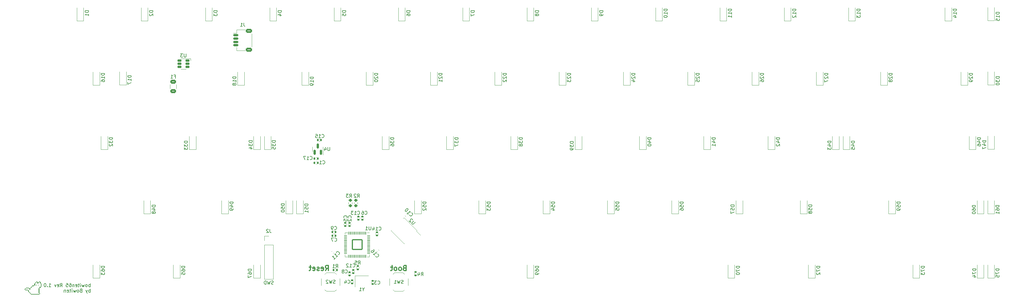
<source format=gbr>
%TF.GenerationSoftware,KiCad,Pcbnew,(6.0.8-1)-1*%
%TF.CreationDate,2022-12-25T10:37:34-08:00*%
%TF.ProjectId,bowiten65-rp2040,626f7769-7465-46e3-9635-2d7270323034,rev?*%
%TF.SameCoordinates,Original*%
%TF.FileFunction,Legend,Bot*%
%TF.FilePolarity,Positive*%
%FSLAX46Y46*%
G04 Gerber Fmt 4.6, Leading zero omitted, Abs format (unit mm)*
G04 Created by KiCad (PCBNEW (6.0.8-1)-1) date 2022-12-25 10:37:34*
%MOMM*%
%LPD*%
G01*
G04 APERTURE LIST*
G04 Aperture macros list*
%AMRoundRect*
0 Rectangle with rounded corners*
0 $1 Rounding radius*
0 $2 $3 $4 $5 $6 $7 $8 $9 X,Y pos of 4 corners*
0 Add a 4 corners polygon primitive as box body*
4,1,4,$2,$3,$4,$5,$6,$7,$8,$9,$2,$3,0*
0 Add four circle primitives for the rounded corners*
1,1,$1+$1,$2,$3*
1,1,$1+$1,$4,$5*
1,1,$1+$1,$6,$7*
1,1,$1+$1,$8,$9*
0 Add four rect primitives between the rounded corners*
20,1,$1+$1,$2,$3,$4,$5,0*
20,1,$1+$1,$4,$5,$6,$7,0*
20,1,$1+$1,$6,$7,$8,$9,0*
20,1,$1+$1,$8,$9,$2,$3,0*%
G04 Aperture macros list end*
%ADD10C,0.300000*%
%ADD11C,0.150000*%
%ADD12C,0.120000*%
%ADD13C,1.750000*%
%ADD14C,3.987800*%
%ADD15C,2.250000*%
%ADD16C,3.048000*%
%ADD17R,1.200000X0.900000*%
%ADD18RoundRect,0.140000X0.140000X0.170000X-0.140000X0.170000X-0.140000X-0.170000X0.140000X-0.170000X0*%
%ADD19RoundRect,0.140000X-0.219203X-0.021213X-0.021213X-0.219203X0.219203X0.021213X0.021213X0.219203X0*%
%ADD20R,1.700000X1.000000*%
%ADD21RoundRect,0.150000X0.150000X-0.587500X0.150000X0.587500X-0.150000X0.587500X-0.150000X-0.587500X0*%
%ADD22RoundRect,0.140000X-0.170000X0.140000X-0.170000X-0.140000X0.170000X-0.140000X0.170000X0.140000X0*%
%ADD23RoundRect,0.135000X-0.135000X-0.185000X0.135000X-0.185000X0.135000X0.185000X-0.135000X0.185000X0*%
%ADD24R,1.700000X1.700000*%
%ADD25O,1.700000X1.700000*%
%ADD26RoundRect,0.150000X0.475000X0.150000X-0.475000X0.150000X-0.475000X-0.150000X0.475000X-0.150000X0*%
%ADD27RoundRect,0.200000X-0.275000X0.200000X-0.275000X-0.200000X0.275000X-0.200000X0.275000X0.200000X0*%
%ADD28RoundRect,0.140000X-0.140000X-0.170000X0.140000X-0.170000X0.140000X0.170000X-0.140000X0.170000X0*%
%ADD29RoundRect,0.140000X0.170000X-0.140000X0.170000X0.140000X-0.170000X0.140000X-0.170000X-0.140000X0*%
%ADD30RoundRect,0.050000X0.387500X0.050000X-0.387500X0.050000X-0.387500X-0.050000X0.387500X-0.050000X0*%
%ADD31RoundRect,0.050000X0.050000X0.387500X-0.050000X0.387500X-0.050000X-0.387500X0.050000X-0.387500X0*%
%ADD32RoundRect,0.144000X1.456000X1.456000X-1.456000X1.456000X-1.456000X-1.456000X1.456000X-1.456000X0*%
%ADD33RoundRect,0.140000X-0.021213X0.219203X-0.219203X0.021213X0.021213X-0.219203X0.219203X-0.021213X0*%
%ADD34R,1.400000X1.200000*%
%ADD35RoundRect,0.135000X0.185000X-0.135000X0.185000X0.135000X-0.185000X0.135000X-0.185000X-0.135000X0*%
%ADD36RoundRect,0.150000X-0.625000X0.150000X-0.625000X-0.150000X0.625000X-0.150000X0.625000X0.150000X0*%
%ADD37RoundRect,0.250000X-0.650000X0.350000X-0.650000X-0.350000X0.650000X-0.350000X0.650000X0.350000X0*%
%ADD38RoundRect,0.150000X0.565685X-0.353553X-0.353553X0.565685X-0.565685X0.353553X0.353553X-0.565685X0*%
%ADD39RoundRect,0.250000X0.625000X-0.375000X0.625000X0.375000X-0.625000X0.375000X-0.625000X-0.375000X0*%
G04 APERTURE END LIST*
D10*
X119509942Y-189044971D02*
X120009942Y-188330685D01*
X120367085Y-189044971D02*
X120367085Y-187544971D01*
X119795657Y-187544971D01*
X119652800Y-187616400D01*
X119581371Y-187687828D01*
X119509942Y-187830685D01*
X119509942Y-188044971D01*
X119581371Y-188187828D01*
X119652800Y-188259257D01*
X119795657Y-188330685D01*
X120367085Y-188330685D01*
X118295657Y-188973542D02*
X118438514Y-189044971D01*
X118724228Y-189044971D01*
X118867085Y-188973542D01*
X118938514Y-188830685D01*
X118938514Y-188259257D01*
X118867085Y-188116400D01*
X118724228Y-188044971D01*
X118438514Y-188044971D01*
X118295657Y-188116400D01*
X118224228Y-188259257D01*
X118224228Y-188402114D01*
X118938514Y-188544971D01*
X117652800Y-188973542D02*
X117509942Y-189044971D01*
X117224228Y-189044971D01*
X117081371Y-188973542D01*
X117009942Y-188830685D01*
X117009942Y-188759257D01*
X117081371Y-188616400D01*
X117224228Y-188544971D01*
X117438514Y-188544971D01*
X117581371Y-188473542D01*
X117652800Y-188330685D01*
X117652800Y-188259257D01*
X117581371Y-188116400D01*
X117438514Y-188044971D01*
X117224228Y-188044971D01*
X117081371Y-188116400D01*
X115795657Y-188973542D02*
X115938514Y-189044971D01*
X116224228Y-189044971D01*
X116367085Y-188973542D01*
X116438514Y-188830685D01*
X116438514Y-188259257D01*
X116367085Y-188116400D01*
X116224228Y-188044971D01*
X115938514Y-188044971D01*
X115795657Y-188116400D01*
X115724228Y-188259257D01*
X115724228Y-188402114D01*
X116438514Y-188544971D01*
X115295657Y-188044971D02*
X114724228Y-188044971D01*
X115081371Y-187544971D02*
X115081371Y-188830685D01*
X115009942Y-188973542D01*
X114867085Y-189044971D01*
X114724228Y-189044971D01*
D11*
X49829404Y-193830380D02*
X49829404Y-192830380D01*
X49829404Y-193211333D02*
X49734166Y-193163714D01*
X49543690Y-193163714D01*
X49448452Y-193211333D01*
X49400833Y-193258952D01*
X49353214Y-193354190D01*
X49353214Y-193639904D01*
X49400833Y-193735142D01*
X49448452Y-193782761D01*
X49543690Y-193830380D01*
X49734166Y-193830380D01*
X49829404Y-193782761D01*
X48781785Y-193830380D02*
X48877023Y-193782761D01*
X48924642Y-193735142D01*
X48972261Y-193639904D01*
X48972261Y-193354190D01*
X48924642Y-193258952D01*
X48877023Y-193211333D01*
X48781785Y-193163714D01*
X48638928Y-193163714D01*
X48543690Y-193211333D01*
X48496071Y-193258952D01*
X48448452Y-193354190D01*
X48448452Y-193639904D01*
X48496071Y-193735142D01*
X48543690Y-193782761D01*
X48638928Y-193830380D01*
X48781785Y-193830380D01*
X48115119Y-193163714D02*
X47924642Y-193830380D01*
X47734166Y-193354190D01*
X47543690Y-193830380D01*
X47353214Y-193163714D01*
X46972261Y-193830380D02*
X46972261Y-193163714D01*
X46972261Y-192830380D02*
X47019880Y-192878000D01*
X46972261Y-192925619D01*
X46924642Y-192878000D01*
X46972261Y-192830380D01*
X46972261Y-192925619D01*
X46638928Y-193163714D02*
X46257976Y-193163714D01*
X46496071Y-192830380D02*
X46496071Y-193687523D01*
X46448452Y-193782761D01*
X46353214Y-193830380D01*
X46257976Y-193830380D01*
X45543690Y-193782761D02*
X45638928Y-193830380D01*
X45829404Y-193830380D01*
X45924642Y-193782761D01*
X45972261Y-193687523D01*
X45972261Y-193306571D01*
X45924642Y-193211333D01*
X45829404Y-193163714D01*
X45638928Y-193163714D01*
X45543690Y-193211333D01*
X45496071Y-193306571D01*
X45496071Y-193401809D01*
X45972261Y-193497047D01*
X45067500Y-193163714D02*
X45067500Y-193830380D01*
X45067500Y-193258952D02*
X45019880Y-193211333D01*
X44924642Y-193163714D01*
X44781785Y-193163714D01*
X44686547Y-193211333D01*
X44638928Y-193306571D01*
X44638928Y-193830380D01*
X43734166Y-192830380D02*
X43924642Y-192830380D01*
X44019880Y-192878000D01*
X44067500Y-192925619D01*
X44162738Y-193068476D01*
X44210357Y-193258952D01*
X44210357Y-193639904D01*
X44162738Y-193735142D01*
X44115119Y-193782761D01*
X44019880Y-193830380D01*
X43829404Y-193830380D01*
X43734166Y-193782761D01*
X43686547Y-193735142D01*
X43638928Y-193639904D01*
X43638928Y-193401809D01*
X43686547Y-193306571D01*
X43734166Y-193258952D01*
X43829404Y-193211333D01*
X44019880Y-193211333D01*
X44115119Y-193258952D01*
X44162738Y-193306571D01*
X44210357Y-193401809D01*
X42734166Y-192830380D02*
X43210357Y-192830380D01*
X43257976Y-193306571D01*
X43210357Y-193258952D01*
X43115119Y-193211333D01*
X42877023Y-193211333D01*
X42781785Y-193258952D01*
X42734166Y-193306571D01*
X42686547Y-193401809D01*
X42686547Y-193639904D01*
X42734166Y-193735142D01*
X42781785Y-193782761D01*
X42877023Y-193830380D01*
X43115119Y-193830380D01*
X43210357Y-193782761D01*
X43257976Y-193735142D01*
X40924642Y-193830380D02*
X41257976Y-193354190D01*
X41496071Y-193830380D02*
X41496071Y-192830380D01*
X41115119Y-192830380D01*
X41019880Y-192878000D01*
X40972261Y-192925619D01*
X40924642Y-193020857D01*
X40924642Y-193163714D01*
X40972261Y-193258952D01*
X41019880Y-193306571D01*
X41115119Y-193354190D01*
X41496071Y-193354190D01*
X40115119Y-193782761D02*
X40210357Y-193830380D01*
X40400833Y-193830380D01*
X40496071Y-193782761D01*
X40543690Y-193687523D01*
X40543690Y-193306571D01*
X40496071Y-193211333D01*
X40400833Y-193163714D01*
X40210357Y-193163714D01*
X40115119Y-193211333D01*
X40067500Y-193306571D01*
X40067500Y-193401809D01*
X40543690Y-193497047D01*
X39734166Y-193163714D02*
X39496071Y-193830380D01*
X39257976Y-193163714D01*
X37591309Y-193830380D02*
X38162738Y-193830380D01*
X37877023Y-193830380D02*
X37877023Y-192830380D01*
X37972261Y-192973238D01*
X38067500Y-193068476D01*
X38162738Y-193116095D01*
X37162738Y-193735142D02*
X37115119Y-193782761D01*
X37162738Y-193830380D01*
X37210357Y-193782761D01*
X37162738Y-193735142D01*
X37162738Y-193830380D01*
X36496071Y-192830380D02*
X36400833Y-192830380D01*
X36305595Y-192878000D01*
X36257976Y-192925619D01*
X36210357Y-193020857D01*
X36162738Y-193211333D01*
X36162738Y-193449428D01*
X36210357Y-193639904D01*
X36257976Y-193735142D01*
X36305595Y-193782761D01*
X36400833Y-193830380D01*
X36496071Y-193830380D01*
X36591309Y-193782761D01*
X36638928Y-193735142D01*
X36686547Y-193639904D01*
X36734166Y-193449428D01*
X36734166Y-193211333D01*
X36686547Y-193020857D01*
X36638928Y-192925619D01*
X36591309Y-192878000D01*
X36496071Y-192830380D01*
X49829404Y-195440380D02*
X49829404Y-194440380D01*
X49829404Y-194821333D02*
X49734166Y-194773714D01*
X49543690Y-194773714D01*
X49448452Y-194821333D01*
X49400833Y-194868952D01*
X49353214Y-194964190D01*
X49353214Y-195249904D01*
X49400833Y-195345142D01*
X49448452Y-195392761D01*
X49543690Y-195440380D01*
X49734166Y-195440380D01*
X49829404Y-195392761D01*
X49019880Y-194773714D02*
X48781785Y-195440380D01*
X48543690Y-194773714D02*
X48781785Y-195440380D01*
X48877023Y-195678476D01*
X48924642Y-195726095D01*
X49019880Y-195773714D01*
X47067500Y-194916571D02*
X46924642Y-194964190D01*
X46877023Y-195011809D01*
X46829404Y-195107047D01*
X46829404Y-195249904D01*
X46877023Y-195345142D01*
X46924642Y-195392761D01*
X47019880Y-195440380D01*
X47400833Y-195440380D01*
X47400833Y-194440380D01*
X47067500Y-194440380D01*
X46972261Y-194488000D01*
X46924642Y-194535619D01*
X46877023Y-194630857D01*
X46877023Y-194726095D01*
X46924642Y-194821333D01*
X46972261Y-194868952D01*
X47067500Y-194916571D01*
X47400833Y-194916571D01*
X46257976Y-195440380D02*
X46353214Y-195392761D01*
X46400833Y-195345142D01*
X46448452Y-195249904D01*
X46448452Y-194964190D01*
X46400833Y-194868952D01*
X46353214Y-194821333D01*
X46257976Y-194773714D01*
X46115119Y-194773714D01*
X46019880Y-194821333D01*
X45972261Y-194868952D01*
X45924642Y-194964190D01*
X45924642Y-195249904D01*
X45972261Y-195345142D01*
X46019880Y-195392761D01*
X46115119Y-195440380D01*
X46257976Y-195440380D01*
X45591309Y-194773714D02*
X45400833Y-195440380D01*
X45210357Y-194964190D01*
X45019880Y-195440380D01*
X44829404Y-194773714D01*
X44448452Y-195440380D02*
X44448452Y-194773714D01*
X44448452Y-194440380D02*
X44496071Y-194488000D01*
X44448452Y-194535619D01*
X44400833Y-194488000D01*
X44448452Y-194440380D01*
X44448452Y-194535619D01*
X44115119Y-194773714D02*
X43734166Y-194773714D01*
X43972261Y-194440380D02*
X43972261Y-195297523D01*
X43924642Y-195392761D01*
X43829404Y-195440380D01*
X43734166Y-195440380D01*
X43019880Y-195392761D02*
X43115119Y-195440380D01*
X43305595Y-195440380D01*
X43400833Y-195392761D01*
X43448452Y-195297523D01*
X43448452Y-194916571D01*
X43400833Y-194821333D01*
X43305595Y-194773714D01*
X43115119Y-194773714D01*
X43019880Y-194821333D01*
X42972261Y-194916571D01*
X42972261Y-195011809D01*
X43448452Y-195107047D01*
X42543690Y-194773714D02*
X42543690Y-195440380D01*
X42543690Y-194868952D02*
X42496071Y-194821333D01*
X42400833Y-194773714D01*
X42257976Y-194773714D01*
X42162738Y-194821333D01*
X42115119Y-194916571D01*
X42115119Y-195440380D01*
X104075142Y-193063761D02*
X103932285Y-193111380D01*
X103694190Y-193111380D01*
X103598952Y-193063761D01*
X103551333Y-193016142D01*
X103503714Y-192920904D01*
X103503714Y-192825666D01*
X103551333Y-192730428D01*
X103598952Y-192682809D01*
X103694190Y-192635190D01*
X103884666Y-192587571D01*
X103979904Y-192539952D01*
X104027523Y-192492333D01*
X104075142Y-192397095D01*
X104075142Y-192301857D01*
X104027523Y-192206619D01*
X103979904Y-192159000D01*
X103884666Y-192111380D01*
X103646571Y-192111380D01*
X103503714Y-192159000D01*
X103170380Y-192111380D02*
X102932285Y-193111380D01*
X102741809Y-192397095D01*
X102551333Y-193111380D01*
X102313238Y-192111380D01*
X101932285Y-193111380D02*
X101932285Y-192111380D01*
X101694190Y-192111380D01*
X101551333Y-192159000D01*
X101456095Y-192254238D01*
X101408476Y-192349476D01*
X101360857Y-192539952D01*
X101360857Y-192682809D01*
X101408476Y-192873285D01*
X101456095Y-192968523D01*
X101551333Y-193063761D01*
X101694190Y-193111380D01*
X101932285Y-193111380D01*
D10*
X142953371Y-188259257D02*
X142739085Y-188330685D01*
X142667657Y-188402114D01*
X142596228Y-188544971D01*
X142596228Y-188759257D01*
X142667657Y-188902114D01*
X142739085Y-188973542D01*
X142881942Y-189044971D01*
X143453371Y-189044971D01*
X143453371Y-187544971D01*
X142953371Y-187544971D01*
X142810514Y-187616400D01*
X142739085Y-187687828D01*
X142667657Y-187830685D01*
X142667657Y-187973542D01*
X142739085Y-188116400D01*
X142810514Y-188187828D01*
X142953371Y-188259257D01*
X143453371Y-188259257D01*
X141739085Y-189044971D02*
X141881942Y-188973542D01*
X141953371Y-188902114D01*
X142024800Y-188759257D01*
X142024800Y-188330685D01*
X141953371Y-188187828D01*
X141881942Y-188116400D01*
X141739085Y-188044971D01*
X141524800Y-188044971D01*
X141381942Y-188116400D01*
X141310514Y-188187828D01*
X141239085Y-188330685D01*
X141239085Y-188759257D01*
X141310514Y-188902114D01*
X141381942Y-188973542D01*
X141524800Y-189044971D01*
X141739085Y-189044971D01*
X140381942Y-189044971D02*
X140524800Y-188973542D01*
X140596228Y-188902114D01*
X140667657Y-188759257D01*
X140667657Y-188330685D01*
X140596228Y-188187828D01*
X140524800Y-188116400D01*
X140381942Y-188044971D01*
X140167657Y-188044971D01*
X140024800Y-188116400D01*
X139953371Y-188187828D01*
X139881942Y-188330685D01*
X139881942Y-188759257D01*
X139953371Y-188902114D01*
X140024800Y-188973542D01*
X140167657Y-189044971D01*
X140381942Y-189044971D01*
X139453371Y-188044971D02*
X138881942Y-188044971D01*
X139239085Y-187544971D02*
X139239085Y-188830685D01*
X139167657Y-188973542D01*
X139024800Y-189044971D01*
X138881942Y-189044971D01*
D11*
%TO.C,D19*%
X115989332Y-131690166D02*
X114989332Y-131690166D01*
X114989332Y-131928261D01*
X115036952Y-132071118D01*
X115132190Y-132166356D01*
X115227428Y-132213975D01*
X115417904Y-132261594D01*
X115560761Y-132261594D01*
X115751237Y-132213975D01*
X115846475Y-132166356D01*
X115941713Y-132071118D01*
X115989332Y-131928261D01*
X115989332Y-131690166D01*
X115989332Y-133213975D02*
X115989332Y-132642547D01*
X115989332Y-132928261D02*
X114989332Y-132928261D01*
X115132190Y-132833023D01*
X115227428Y-132737785D01*
X115275047Y-132642547D01*
X115989332Y-133690166D02*
X115989332Y-133880642D01*
X115941713Y-133975880D01*
X115894094Y-134023499D01*
X115751237Y-134118737D01*
X115560761Y-134166356D01*
X115179809Y-134166356D01*
X115084571Y-134118737D01*
X115036952Y-134071118D01*
X114989332Y-133975880D01*
X114989332Y-133785404D01*
X115036952Y-133690166D01*
X115084571Y-133642547D01*
X115179809Y-133594928D01*
X115417904Y-133594928D01*
X115513142Y-133642547D01*
X115560761Y-133690166D01*
X115608380Y-133785404D01*
X115608380Y-133975880D01*
X115560761Y-134071118D01*
X115513142Y-134118737D01*
X115417904Y-134166356D01*
%TO.C,D29*%
X311251832Y-130610666D02*
X310251832Y-130610666D01*
X310251832Y-130848761D01*
X310299452Y-130991618D01*
X310394690Y-131086856D01*
X310489928Y-131134475D01*
X310680404Y-131182094D01*
X310823261Y-131182094D01*
X311013737Y-131134475D01*
X311108975Y-131086856D01*
X311204213Y-130991618D01*
X311251832Y-130848761D01*
X311251832Y-130610666D01*
X310347071Y-131563047D02*
X310299452Y-131610666D01*
X310251832Y-131705904D01*
X310251832Y-131943999D01*
X310299452Y-132039237D01*
X310347071Y-132086856D01*
X310442309Y-132134475D01*
X310537547Y-132134475D01*
X310680404Y-132086856D01*
X311251832Y-131515428D01*
X311251832Y-132134475D01*
X311251832Y-132610666D02*
X311251832Y-132801142D01*
X311204213Y-132896380D01*
X311156594Y-132943999D01*
X311013737Y-133039237D01*
X310823261Y-133086856D01*
X310442309Y-133086856D01*
X310347071Y-133039237D01*
X310299452Y-132991618D01*
X310251832Y-132896380D01*
X310251832Y-132705904D01*
X310299452Y-132610666D01*
X310347071Y-132563047D01*
X310442309Y-132515428D01*
X310680404Y-132515428D01*
X310775642Y-132563047D01*
X310823261Y-132610666D01*
X310870880Y-132705904D01*
X310870880Y-132896380D01*
X310823261Y-132991618D01*
X310775642Y-133039237D01*
X310680404Y-133086856D01*
%TO.C,D46*%
X313633082Y-149660666D02*
X312633082Y-149660666D01*
X312633082Y-149898761D01*
X312680702Y-150041618D01*
X312775940Y-150136856D01*
X312871178Y-150184475D01*
X313061654Y-150232094D01*
X313204511Y-150232094D01*
X313394987Y-150184475D01*
X313490225Y-150136856D01*
X313585463Y-150041618D01*
X313633082Y-149898761D01*
X313633082Y-149660666D01*
X312966416Y-151089237D02*
X313633082Y-151089237D01*
X312585463Y-150851142D02*
X313299749Y-150613047D01*
X313299749Y-151232094D01*
X312633082Y-152041618D02*
X312633082Y-151851142D01*
X312680702Y-151755904D01*
X312728321Y-151708285D01*
X312871178Y-151613047D01*
X313061654Y-151565428D01*
X313442606Y-151565428D01*
X313537844Y-151613047D01*
X313585463Y-151660666D01*
X313633082Y-151755904D01*
X313633082Y-151946380D01*
X313585463Y-152041618D01*
X313537844Y-152089237D01*
X313442606Y-152136856D01*
X313204511Y-152136856D01*
X313109273Y-152089237D01*
X313061654Y-152041618D01*
X313014035Y-151946380D01*
X313014035Y-151755904D01*
X313061654Y-151660666D01*
X313109273Y-151613047D01*
X313204511Y-151565428D01*
%TO.C,D61*%
X319095380Y-169727714D02*
X318095380Y-169727714D01*
X318095380Y-169965809D01*
X318143000Y-170108666D01*
X318238238Y-170203904D01*
X318333476Y-170251523D01*
X318523952Y-170299142D01*
X318666809Y-170299142D01*
X318857285Y-170251523D01*
X318952523Y-170203904D01*
X319047761Y-170108666D01*
X319095380Y-169965809D01*
X319095380Y-169727714D01*
X318095380Y-171156285D02*
X318095380Y-170965809D01*
X318143000Y-170870571D01*
X318190619Y-170822952D01*
X318333476Y-170727714D01*
X318523952Y-170680095D01*
X318904904Y-170680095D01*
X319000142Y-170727714D01*
X319047761Y-170775333D01*
X319095380Y-170870571D01*
X319095380Y-171061047D01*
X319047761Y-171156285D01*
X319000142Y-171203904D01*
X318904904Y-171251523D01*
X318666809Y-171251523D01*
X318571571Y-171203904D01*
X318523952Y-171156285D01*
X318476333Y-171061047D01*
X318476333Y-170870571D01*
X318523952Y-170775333D01*
X318571571Y-170727714D01*
X318666809Y-170680095D01*
X319095380Y-172203904D02*
X319095380Y-171632476D01*
X319095380Y-171918190D02*
X318095380Y-171918190D01*
X318238238Y-171822952D01*
X318333476Y-171727714D01*
X318381095Y-171632476D01*
%TO.C,C9*%
X122188266Y-176844742D02*
X122235885Y-176892361D01*
X122378742Y-176939980D01*
X122473980Y-176939980D01*
X122616838Y-176892361D01*
X122712076Y-176797123D01*
X122759695Y-176701885D01*
X122807314Y-176511409D01*
X122807314Y-176368552D01*
X122759695Y-176178076D01*
X122712076Y-176082838D01*
X122616838Y-175987600D01*
X122473980Y-175939980D01*
X122378742Y-175939980D01*
X122235885Y-175987600D01*
X122188266Y-176035219D01*
X121712076Y-176939980D02*
X121521600Y-176939980D01*
X121426361Y-176892361D01*
X121378742Y-176844742D01*
X121283504Y-176701885D01*
X121235885Y-176511409D01*
X121235885Y-176130457D01*
X121283504Y-176035219D01*
X121331123Y-175987600D01*
X121426361Y-175939980D01*
X121616838Y-175939980D01*
X121712076Y-175987600D01*
X121759695Y-176035219D01*
X121807314Y-176130457D01*
X121807314Y-176368552D01*
X121759695Y-176463790D01*
X121712076Y-176511409D01*
X121616838Y-176559028D01*
X121426361Y-176559028D01*
X121331123Y-176511409D01*
X121283504Y-176463790D01*
X121235885Y-176368552D01*
%TO.C,D1*%
X49314332Y-112036856D02*
X48314332Y-112036856D01*
X48314332Y-112274952D01*
X48361952Y-112417809D01*
X48457190Y-112513047D01*
X48552428Y-112560666D01*
X48742904Y-112608285D01*
X48885761Y-112608285D01*
X49076237Y-112560666D01*
X49171475Y-112513047D01*
X49266713Y-112417809D01*
X49314332Y-112274952D01*
X49314332Y-112036856D01*
X49314332Y-113560666D02*
X49314332Y-112989237D01*
X49314332Y-113274952D02*
X48314332Y-113274952D01*
X48457190Y-113179713D01*
X48552428Y-113084475D01*
X48600047Y-112989237D01*
%TO.C,C10*%
X144439419Y-172528895D02*
X144439419Y-172596239D01*
X144506763Y-172730926D01*
X144574106Y-172798269D01*
X144708793Y-172865613D01*
X144843480Y-172865613D01*
X144944495Y-172831941D01*
X145112854Y-172730926D01*
X145213869Y-172629911D01*
X145314885Y-172461552D01*
X145348556Y-172360537D01*
X145348556Y-172225850D01*
X145281213Y-172091163D01*
X145213869Y-172023819D01*
X145079182Y-171956476D01*
X145011839Y-171956476D01*
X143698640Y-171922804D02*
X144102701Y-172326865D01*
X143900671Y-172124834D02*
X144607778Y-171417727D01*
X144574106Y-171586086D01*
X144574106Y-171720773D01*
X144607778Y-171821788D01*
X143968014Y-170777964D02*
X143900671Y-170710621D01*
X143799656Y-170676949D01*
X143732312Y-170676949D01*
X143631297Y-170710621D01*
X143462938Y-170811636D01*
X143294579Y-170979995D01*
X143193564Y-171148353D01*
X143159892Y-171249369D01*
X143159892Y-171316712D01*
X143193564Y-171417727D01*
X143260908Y-171485071D01*
X143361923Y-171518743D01*
X143429266Y-171518743D01*
X143530282Y-171485071D01*
X143698640Y-171384056D01*
X143866999Y-171215697D01*
X143968014Y-171047338D01*
X144001686Y-170946323D01*
X144001686Y-170878979D01*
X143968014Y-170777964D01*
%TO.C,D7*%
X163614332Y-112036856D02*
X162614332Y-112036856D01*
X162614332Y-112274952D01*
X162661952Y-112417809D01*
X162757190Y-112513047D01*
X162852428Y-112560666D01*
X163042904Y-112608285D01*
X163185761Y-112608285D01*
X163376237Y-112560666D01*
X163471475Y-112513047D01*
X163566713Y-112417809D01*
X163614332Y-112274952D01*
X163614332Y-112036856D01*
X162614332Y-112941618D02*
X162614332Y-113608285D01*
X163614332Y-113179713D01*
%TO.C,D65*%
X77889332Y-187760666D02*
X76889332Y-187760666D01*
X76889332Y-187998761D01*
X76936952Y-188141618D01*
X77032190Y-188236856D01*
X77127428Y-188284475D01*
X77317904Y-188332094D01*
X77460761Y-188332094D01*
X77651237Y-188284475D01*
X77746475Y-188236856D01*
X77841713Y-188141618D01*
X77889332Y-187998761D01*
X77889332Y-187760666D01*
X76889332Y-189189237D02*
X76889332Y-188998761D01*
X76936952Y-188903523D01*
X76984571Y-188855904D01*
X77127428Y-188760666D01*
X77317904Y-188713047D01*
X77698856Y-188713047D01*
X77794094Y-188760666D01*
X77841713Y-188808285D01*
X77889332Y-188903523D01*
X77889332Y-189093999D01*
X77841713Y-189189237D01*
X77794094Y-189236856D01*
X77698856Y-189284475D01*
X77460761Y-189284475D01*
X77365523Y-189236856D01*
X77317904Y-189189237D01*
X77270285Y-189093999D01*
X77270285Y-188903523D01*
X77317904Y-188808285D01*
X77365523Y-188760666D01*
X77460761Y-188713047D01*
X76889332Y-190189237D02*
X76889332Y-189713047D01*
X77365523Y-189665428D01*
X77317904Y-189713047D01*
X77270285Y-189808285D01*
X77270285Y-190046380D01*
X77317904Y-190141618D01*
X77365523Y-190189237D01*
X77460761Y-190236856D01*
X77698856Y-190236856D01*
X77794094Y-190189237D01*
X77841713Y-190141618D01*
X77889332Y-190046380D01*
X77889332Y-189808285D01*
X77841713Y-189713047D01*
X77794094Y-189665428D01*
%TO.C,SW2*%
X122389733Y-192784361D02*
X122246876Y-192831980D01*
X122008780Y-192831980D01*
X121913542Y-192784361D01*
X121865923Y-192736742D01*
X121818304Y-192641504D01*
X121818304Y-192546266D01*
X121865923Y-192451028D01*
X121913542Y-192403409D01*
X122008780Y-192355790D01*
X122199257Y-192308171D01*
X122294495Y-192260552D01*
X122342114Y-192212933D01*
X122389733Y-192117695D01*
X122389733Y-192022457D01*
X122342114Y-191927219D01*
X122294495Y-191879600D01*
X122199257Y-191831980D01*
X121961161Y-191831980D01*
X121818304Y-191879600D01*
X121484971Y-191831980D02*
X121246876Y-192831980D01*
X121056400Y-192117695D01*
X120865923Y-192831980D01*
X120627828Y-191831980D01*
X120294495Y-191927219D02*
X120246876Y-191879600D01*
X120151638Y-191831980D01*
X119913542Y-191831980D01*
X119818304Y-191879600D01*
X119770685Y-191927219D01*
X119723066Y-192022457D01*
X119723066Y-192117695D01*
X119770685Y-192260552D01*
X120342114Y-192831980D01*
X119723066Y-192831980D01*
%TO.C,D9*%
X201714332Y-112036856D02*
X200714332Y-112036856D01*
X200714332Y-112274952D01*
X200761952Y-112417809D01*
X200857190Y-112513047D01*
X200952428Y-112560666D01*
X201142904Y-112608285D01*
X201285761Y-112608285D01*
X201476237Y-112560666D01*
X201571475Y-112513047D01*
X201666713Y-112417809D01*
X201714332Y-112274952D01*
X201714332Y-112036856D01*
X201714332Y-113084475D02*
X201714332Y-113274952D01*
X201666713Y-113370190D01*
X201619094Y-113417809D01*
X201476237Y-113513047D01*
X201285761Y-113560666D01*
X200904809Y-113560666D01*
X200809571Y-113513047D01*
X200761952Y-113465428D01*
X200714332Y-113370190D01*
X200714332Y-113179713D01*
X200761952Y-113084475D01*
X200809571Y-113036856D01*
X200904809Y-112989237D01*
X201142904Y-112989237D01*
X201238142Y-113036856D01*
X201285761Y-113084475D01*
X201333380Y-113179713D01*
X201333380Y-113370190D01*
X201285761Y-113465428D01*
X201238142Y-113513047D01*
X201142904Y-113560666D01*
%TO.C,D72*%
X266008082Y-187760666D02*
X265008082Y-187760666D01*
X265008082Y-187998761D01*
X265055702Y-188141618D01*
X265150940Y-188236856D01*
X265246178Y-188284475D01*
X265436654Y-188332094D01*
X265579511Y-188332094D01*
X265769987Y-188284475D01*
X265865225Y-188236856D01*
X265960463Y-188141618D01*
X266008082Y-187998761D01*
X266008082Y-187760666D01*
X265008082Y-188665428D02*
X265008082Y-189332094D01*
X266008082Y-188903523D01*
X265103321Y-189665428D02*
X265055702Y-189713047D01*
X265008082Y-189808285D01*
X265008082Y-190046380D01*
X265055702Y-190141618D01*
X265103321Y-190189237D01*
X265198559Y-190236856D01*
X265293797Y-190236856D01*
X265436654Y-190189237D01*
X266008082Y-189617809D01*
X266008082Y-190236856D01*
%TO.C,U4*%
X120776904Y-152501380D02*
X120776904Y-153310904D01*
X120729285Y-153406142D01*
X120681666Y-153453761D01*
X120586428Y-153501380D01*
X120395952Y-153501380D01*
X120300714Y-153453761D01*
X120253095Y-153406142D01*
X120205476Y-153310904D01*
X120205476Y-152501380D01*
X119300714Y-152834714D02*
X119300714Y-153501380D01*
X119538809Y-152453761D02*
X119776904Y-153168047D01*
X119157857Y-153168047D01*
%TO.C,D45*%
X276296130Y-150676666D02*
X275296130Y-150676666D01*
X275296130Y-150914761D01*
X275343750Y-151057618D01*
X275438988Y-151152856D01*
X275534226Y-151200475D01*
X275724702Y-151248094D01*
X275867559Y-151248094D01*
X276058035Y-151200475D01*
X276153273Y-151152856D01*
X276248511Y-151057618D01*
X276296130Y-150914761D01*
X276296130Y-150676666D01*
X275629464Y-152105237D02*
X276296130Y-152105237D01*
X275248511Y-151867142D02*
X275962797Y-151629047D01*
X275962797Y-152248094D01*
X275296130Y-153105237D02*
X275296130Y-152629047D01*
X275772321Y-152581428D01*
X275724702Y-152629047D01*
X275677083Y-152724285D01*
X275677083Y-152962380D01*
X275724702Y-153057618D01*
X275772321Y-153105237D01*
X275867559Y-153152856D01*
X276105654Y-153152856D01*
X276200892Y-153105237D01*
X276248511Y-153057618D01*
X276296130Y-152962380D01*
X276296130Y-152724285D01*
X276248511Y-152629047D01*
X276200892Y-152581428D01*
%TO.C,C8*%
X125388666Y-189714142D02*
X125436285Y-189761761D01*
X125579142Y-189809380D01*
X125674380Y-189809380D01*
X125817238Y-189761761D01*
X125912476Y-189666523D01*
X125960095Y-189571285D01*
X126007714Y-189380809D01*
X126007714Y-189237952D01*
X125960095Y-189047476D01*
X125912476Y-188952238D01*
X125817238Y-188857000D01*
X125674380Y-188809380D01*
X125579142Y-188809380D01*
X125436285Y-188857000D01*
X125388666Y-188904619D01*
X124817238Y-189237952D02*
X124912476Y-189190333D01*
X124960095Y-189142714D01*
X125007714Y-189047476D01*
X125007714Y-188999857D01*
X124960095Y-188904619D01*
X124912476Y-188857000D01*
X124817238Y-188809380D01*
X124626761Y-188809380D01*
X124531523Y-188857000D01*
X124483904Y-188904619D01*
X124436285Y-188999857D01*
X124436285Y-189047476D01*
X124483904Y-189142714D01*
X124531523Y-189190333D01*
X124626761Y-189237952D01*
X124817238Y-189237952D01*
X124912476Y-189285571D01*
X124960095Y-189333190D01*
X125007714Y-189428428D01*
X125007714Y-189618904D01*
X124960095Y-189714142D01*
X124912476Y-189761761D01*
X124817238Y-189809380D01*
X124626761Y-189809380D01*
X124531523Y-189761761D01*
X124483904Y-189714142D01*
X124436285Y-189618904D01*
X124436285Y-189428428D01*
X124483904Y-189333190D01*
X124531523Y-189285571D01*
X124626761Y-189237952D01*
%TO.C,D13*%
X277914332Y-111560666D02*
X276914332Y-111560666D01*
X276914332Y-111798761D01*
X276961952Y-111941618D01*
X277057190Y-112036856D01*
X277152428Y-112084475D01*
X277342904Y-112132094D01*
X277485761Y-112132094D01*
X277676237Y-112084475D01*
X277771475Y-112036856D01*
X277866713Y-111941618D01*
X277914332Y-111798761D01*
X277914332Y-111560666D01*
X277914332Y-113084475D02*
X277914332Y-112513047D01*
X277914332Y-112798761D02*
X276914332Y-112798761D01*
X277057190Y-112703523D01*
X277152428Y-112608285D01*
X277200047Y-112513047D01*
X276914332Y-113417809D02*
X276914332Y-114036856D01*
X277295285Y-113703523D01*
X277295285Y-113846380D01*
X277342904Y-113941618D01*
X277390523Y-113989237D01*
X277485761Y-114036856D01*
X277723856Y-114036856D01*
X277819094Y-113989237D01*
X277866713Y-113941618D01*
X277914332Y-113846380D01*
X277914332Y-113560666D01*
X277866713Y-113465428D01*
X277819094Y-113417809D01*
%TO.C,D55*%
X206476832Y-168710666D02*
X205476832Y-168710666D01*
X205476832Y-168948761D01*
X205524452Y-169091618D01*
X205619690Y-169186856D01*
X205714928Y-169234475D01*
X205905404Y-169282094D01*
X206048261Y-169282094D01*
X206238737Y-169234475D01*
X206333975Y-169186856D01*
X206429213Y-169091618D01*
X206476832Y-168948761D01*
X206476832Y-168710666D01*
X205476832Y-170186856D02*
X205476832Y-169710666D01*
X205953023Y-169663047D01*
X205905404Y-169710666D01*
X205857785Y-169805904D01*
X205857785Y-170043999D01*
X205905404Y-170139237D01*
X205953023Y-170186856D01*
X206048261Y-170234475D01*
X206286356Y-170234475D01*
X206381594Y-170186856D01*
X206429213Y-170139237D01*
X206476832Y-170043999D01*
X206476832Y-169805904D01*
X206429213Y-169710666D01*
X206381594Y-169663047D01*
X205476832Y-171139237D02*
X205476832Y-170663047D01*
X205953023Y-170615428D01*
X205905404Y-170663047D01*
X205857785Y-170758285D01*
X205857785Y-170996380D01*
X205905404Y-171091618D01*
X205953023Y-171139237D01*
X206048261Y-171186856D01*
X206286356Y-171186856D01*
X206381594Y-171139237D01*
X206429213Y-171091618D01*
X206476832Y-170996380D01*
X206476832Y-170758285D01*
X206429213Y-170663047D01*
X206381594Y-170615428D01*
%TO.C,D8*%
X182664332Y-112036856D02*
X181664332Y-112036856D01*
X181664332Y-112274952D01*
X181711952Y-112417809D01*
X181807190Y-112513047D01*
X181902428Y-112560666D01*
X182092904Y-112608285D01*
X182235761Y-112608285D01*
X182426237Y-112560666D01*
X182521475Y-112513047D01*
X182616713Y-112417809D01*
X182664332Y-112274952D01*
X182664332Y-112036856D01*
X182092904Y-113179713D02*
X182045285Y-113084475D01*
X181997666Y-113036856D01*
X181902428Y-112989237D01*
X181854809Y-112989237D01*
X181759571Y-113036856D01*
X181711952Y-113084475D01*
X181664332Y-113179713D01*
X181664332Y-113370190D01*
X181711952Y-113465428D01*
X181759571Y-113513047D01*
X181854809Y-113560666D01*
X181902428Y-113560666D01*
X181997666Y-113513047D01*
X182045285Y-113465428D01*
X182092904Y-113370190D01*
X182092904Y-113179713D01*
X182140523Y-113084475D01*
X182188142Y-113036856D01*
X182283380Y-112989237D01*
X182473856Y-112989237D01*
X182569094Y-113036856D01*
X182616713Y-113084475D01*
X182664332Y-113179713D01*
X182664332Y-113370190D01*
X182616713Y-113465428D01*
X182569094Y-113513047D01*
X182473856Y-113560666D01*
X182283380Y-113560666D01*
X182188142Y-113513047D01*
X182140523Y-113465428D01*
X182092904Y-113370190D01*
%TO.C,D35*%
X104719380Y-150550714D02*
X103719380Y-150550714D01*
X103719380Y-150788809D01*
X103767000Y-150931666D01*
X103862238Y-151026904D01*
X103957476Y-151074523D01*
X104147952Y-151122142D01*
X104290809Y-151122142D01*
X104481285Y-151074523D01*
X104576523Y-151026904D01*
X104671761Y-150931666D01*
X104719380Y-150788809D01*
X104719380Y-150550714D01*
X103719380Y-151455476D02*
X103719380Y-152074523D01*
X104100333Y-151741190D01*
X104100333Y-151884047D01*
X104147952Y-151979285D01*
X104195571Y-152026904D01*
X104290809Y-152074523D01*
X104528904Y-152074523D01*
X104624142Y-152026904D01*
X104671761Y-151979285D01*
X104719380Y-151884047D01*
X104719380Y-151598333D01*
X104671761Y-151503095D01*
X104624142Y-151455476D01*
X103719380Y-152979285D02*
X103719380Y-152503095D01*
X104195571Y-152455476D01*
X104147952Y-152503095D01*
X104100333Y-152598333D01*
X104100333Y-152836428D01*
X104147952Y-152931666D01*
X104195571Y-152979285D01*
X104290809Y-153026904D01*
X104528904Y-153026904D01*
X104624142Y-152979285D01*
X104671761Y-152931666D01*
X104719380Y-152836428D01*
X104719380Y-152598333D01*
X104671761Y-152503095D01*
X104624142Y-152455476D01*
%TO.C,R1*%
X122594666Y-188163380D02*
X122928000Y-187687190D01*
X123166095Y-188163380D02*
X123166095Y-187163380D01*
X122785142Y-187163380D01*
X122689904Y-187211000D01*
X122642285Y-187258619D01*
X122594666Y-187353857D01*
X122594666Y-187496714D01*
X122642285Y-187591952D01*
X122689904Y-187639571D01*
X122785142Y-187687190D01*
X123166095Y-187687190D01*
X121642285Y-188163380D02*
X122213714Y-188163380D01*
X121928000Y-188163380D02*
X121928000Y-187163380D01*
X122023238Y-187306238D01*
X122118476Y-187401476D01*
X122213714Y-187449095D01*
%TO.C,J2*%
X103051333Y-176798380D02*
X103051333Y-177512666D01*
X103098952Y-177655523D01*
X103194190Y-177750761D01*
X103337047Y-177798380D01*
X103432285Y-177798380D01*
X102622761Y-176893619D02*
X102575142Y-176846000D01*
X102479904Y-176798380D01*
X102241809Y-176798380D01*
X102146571Y-176846000D01*
X102098952Y-176893619D01*
X102051333Y-176988857D01*
X102051333Y-177084095D01*
X102098952Y-177226952D01*
X102670380Y-177798380D01*
X102051333Y-177798380D01*
%TO.C,C16*%
X134408186Y-184712150D02*
X134408186Y-184779494D01*
X134475530Y-184914181D01*
X134542873Y-184981524D01*
X134677560Y-185048868D01*
X134812247Y-185048868D01*
X134913262Y-185015196D01*
X135081621Y-184914181D01*
X135182636Y-184813166D01*
X135283652Y-184644807D01*
X135317323Y-184543792D01*
X135317323Y-184409105D01*
X135249980Y-184274418D01*
X135182636Y-184207074D01*
X135047949Y-184139731D01*
X134980606Y-184139731D01*
X133667407Y-184106059D02*
X134071468Y-184510120D01*
X133869438Y-184308089D02*
X134576545Y-183600982D01*
X134542873Y-183769341D01*
X134542873Y-183904028D01*
X134576545Y-184005043D01*
X133768423Y-182792860D02*
X133903110Y-182927547D01*
X133936781Y-183028563D01*
X133936781Y-183095906D01*
X133903110Y-183264265D01*
X133802094Y-183432624D01*
X133532720Y-183701998D01*
X133431705Y-183735669D01*
X133364362Y-183735669D01*
X133263346Y-183701998D01*
X133128659Y-183567311D01*
X133094988Y-183466295D01*
X133094988Y-183398952D01*
X133128659Y-183297937D01*
X133297018Y-183129578D01*
X133398033Y-183095906D01*
X133465377Y-183095906D01*
X133566392Y-183129578D01*
X133701079Y-183264265D01*
X133734751Y-183365280D01*
X133734751Y-183432624D01*
X133701079Y-183533639D01*
%TO.C,D32*%
X56458082Y-149660666D02*
X55458082Y-149660666D01*
X55458082Y-149898761D01*
X55505702Y-150041618D01*
X55600940Y-150136856D01*
X55696178Y-150184475D01*
X55886654Y-150232094D01*
X56029511Y-150232094D01*
X56219987Y-150184475D01*
X56315225Y-150136856D01*
X56410463Y-150041618D01*
X56458082Y-149898761D01*
X56458082Y-149660666D01*
X55458082Y-150565428D02*
X55458082Y-151184475D01*
X55839035Y-150851142D01*
X55839035Y-150993999D01*
X55886654Y-151089237D01*
X55934273Y-151136856D01*
X56029511Y-151184475D01*
X56267606Y-151184475D01*
X56362844Y-151136856D01*
X56410463Y-151089237D01*
X56458082Y-150993999D01*
X56458082Y-150708285D01*
X56410463Y-150613047D01*
X56362844Y-150565428D01*
X55553321Y-151565428D02*
X55505702Y-151613047D01*
X55458082Y-151708285D01*
X55458082Y-151946380D01*
X55505702Y-152041618D01*
X55553321Y-152089237D01*
X55648559Y-152136856D01*
X55743797Y-152136856D01*
X55886654Y-152089237D01*
X56458082Y-151517809D01*
X56458082Y-152136856D01*
%TO.C,D5*%
X125514332Y-112036856D02*
X124514332Y-112036856D01*
X124514332Y-112274952D01*
X124561952Y-112417809D01*
X124657190Y-112513047D01*
X124752428Y-112560666D01*
X124942904Y-112608285D01*
X125085761Y-112608285D01*
X125276237Y-112560666D01*
X125371475Y-112513047D01*
X125466713Y-112417809D01*
X125514332Y-112274952D01*
X125514332Y-112036856D01*
X124514332Y-113513047D02*
X124514332Y-113036856D01*
X124990523Y-112989237D01*
X124942904Y-113036856D01*
X124895285Y-113132094D01*
X124895285Y-113370190D01*
X124942904Y-113465428D01*
X124990523Y-113513047D01*
X125085761Y-113560666D01*
X125323856Y-113560666D01*
X125419094Y-113513047D01*
X125466713Y-113465428D01*
X125514332Y-113370190D01*
X125514332Y-113132094D01*
X125466713Y-113036856D01*
X125419094Y-112989237D01*
%TO.C,D20*%
X135039332Y-130610666D02*
X134039332Y-130610666D01*
X134039332Y-130848761D01*
X134086952Y-130991618D01*
X134182190Y-131086856D01*
X134277428Y-131134475D01*
X134467904Y-131182094D01*
X134610761Y-131182094D01*
X134801237Y-131134475D01*
X134896475Y-131086856D01*
X134991713Y-130991618D01*
X135039332Y-130848761D01*
X135039332Y-130610666D01*
X134134571Y-131563047D02*
X134086952Y-131610666D01*
X134039332Y-131705904D01*
X134039332Y-131943999D01*
X134086952Y-132039237D01*
X134134571Y-132086856D01*
X134229809Y-132134475D01*
X134325047Y-132134475D01*
X134467904Y-132086856D01*
X135039332Y-131515428D01*
X135039332Y-132134475D01*
X134039332Y-132753523D02*
X134039332Y-132848761D01*
X134086952Y-132943999D01*
X134134571Y-132991618D01*
X134229809Y-133039237D01*
X134420285Y-133086856D01*
X134658380Y-133086856D01*
X134848856Y-133039237D01*
X134944094Y-132991618D01*
X134991713Y-132943999D01*
X135039332Y-132848761D01*
X135039332Y-132753523D01*
X134991713Y-132658285D01*
X134944094Y-132610666D01*
X134848856Y-132563047D01*
X134658380Y-132515428D01*
X134420285Y-132515428D01*
X134229809Y-132563047D01*
X134134571Y-132610666D01*
X134086952Y-132658285D01*
X134039332Y-132753523D01*
%TO.C,U3*%
X78231904Y-124814380D02*
X78231904Y-125623904D01*
X78184285Y-125719142D01*
X78136666Y-125766761D01*
X78041428Y-125814380D01*
X77850952Y-125814380D01*
X77755714Y-125766761D01*
X77708095Y-125719142D01*
X77660476Y-125623904D01*
X77660476Y-124814380D01*
X77279523Y-124814380D02*
X76660476Y-124814380D01*
X76993809Y-125195333D01*
X76850952Y-125195333D01*
X76755714Y-125242952D01*
X76708095Y-125290571D01*
X76660476Y-125385809D01*
X76660476Y-125623904D01*
X76708095Y-125719142D01*
X76755714Y-125766761D01*
X76850952Y-125814380D01*
X77136666Y-125814380D01*
X77231904Y-125766761D01*
X77279523Y-125719142D01*
%TO.C,R2*%
X128944666Y-167330380D02*
X129278000Y-166854190D01*
X129516095Y-167330380D02*
X129516095Y-166330380D01*
X129135142Y-166330380D01*
X129039904Y-166378000D01*
X128992285Y-166425619D01*
X128944666Y-166520857D01*
X128944666Y-166663714D01*
X128992285Y-166758952D01*
X129039904Y-166806571D01*
X129135142Y-166854190D01*
X129516095Y-166854190D01*
X128563714Y-166425619D02*
X128516095Y-166378000D01*
X128420857Y-166330380D01*
X128182761Y-166330380D01*
X128087523Y-166378000D01*
X128039904Y-166425619D01*
X127992285Y-166520857D01*
X127992285Y-166616095D01*
X128039904Y-166758952D01*
X128611333Y-167330380D01*
X127992285Y-167330380D01*
%TO.C,D37*%
X158851832Y-149660666D02*
X157851832Y-149660666D01*
X157851832Y-149898761D01*
X157899452Y-150041618D01*
X157994690Y-150136856D01*
X158089928Y-150184475D01*
X158280404Y-150232094D01*
X158423261Y-150232094D01*
X158613737Y-150184475D01*
X158708975Y-150136856D01*
X158804213Y-150041618D01*
X158851832Y-149898761D01*
X158851832Y-149660666D01*
X157851832Y-150565428D02*
X157851832Y-151184475D01*
X158232785Y-150851142D01*
X158232785Y-150993999D01*
X158280404Y-151089237D01*
X158328023Y-151136856D01*
X158423261Y-151184475D01*
X158661356Y-151184475D01*
X158756594Y-151136856D01*
X158804213Y-151089237D01*
X158851832Y-150993999D01*
X158851832Y-150708285D01*
X158804213Y-150613047D01*
X158756594Y-150565428D01*
X157851832Y-151517809D02*
X157851832Y-152184475D01*
X158851832Y-151755904D01*
%TO.C,D17*%
X61983630Y-131279512D02*
X60983630Y-131279512D01*
X60983630Y-131517607D01*
X61031250Y-131660464D01*
X61126488Y-131755702D01*
X61221726Y-131803321D01*
X61412202Y-131850940D01*
X61555059Y-131850940D01*
X61745535Y-131803321D01*
X61840773Y-131755702D01*
X61936011Y-131660464D01*
X61983630Y-131517607D01*
X61983630Y-131279512D01*
X61983630Y-132803321D02*
X61983630Y-132231893D01*
X61983630Y-132517607D02*
X60983630Y-132517607D01*
X61126488Y-132422369D01*
X61221726Y-132327131D01*
X61269345Y-132231893D01*
X60983630Y-133136655D02*
X60983630Y-133803321D01*
X61983630Y-133374750D01*
%TO.C,D14*%
X306489332Y-111560666D02*
X305489332Y-111560666D01*
X305489332Y-111798761D01*
X305536952Y-111941618D01*
X305632190Y-112036856D01*
X305727428Y-112084475D01*
X305917904Y-112132094D01*
X306060761Y-112132094D01*
X306251237Y-112084475D01*
X306346475Y-112036856D01*
X306441713Y-111941618D01*
X306489332Y-111798761D01*
X306489332Y-111560666D01*
X306489332Y-113084475D02*
X306489332Y-112513047D01*
X306489332Y-112798761D02*
X305489332Y-112798761D01*
X305632190Y-112703523D01*
X305727428Y-112608285D01*
X305775047Y-112513047D01*
X305822666Y-113941618D02*
X306489332Y-113941618D01*
X305441713Y-113703523D02*
X306155999Y-113465428D01*
X306155999Y-114084475D01*
%TO.C,D56*%
X225526832Y-168710666D02*
X224526832Y-168710666D01*
X224526832Y-168948761D01*
X224574452Y-169091618D01*
X224669690Y-169186856D01*
X224764928Y-169234475D01*
X224955404Y-169282094D01*
X225098261Y-169282094D01*
X225288737Y-169234475D01*
X225383975Y-169186856D01*
X225479213Y-169091618D01*
X225526832Y-168948761D01*
X225526832Y-168710666D01*
X224526832Y-170186856D02*
X224526832Y-169710666D01*
X225003023Y-169663047D01*
X224955404Y-169710666D01*
X224907785Y-169805904D01*
X224907785Y-170043999D01*
X224955404Y-170139237D01*
X225003023Y-170186856D01*
X225098261Y-170234475D01*
X225336356Y-170234475D01*
X225431594Y-170186856D01*
X225479213Y-170139237D01*
X225526832Y-170043999D01*
X225526832Y-169805904D01*
X225479213Y-169710666D01*
X225431594Y-169663047D01*
X224526832Y-171091618D02*
X224526832Y-170901142D01*
X224574452Y-170805904D01*
X224622071Y-170758285D01*
X224764928Y-170663047D01*
X224955404Y-170615428D01*
X225336356Y-170615428D01*
X225431594Y-170663047D01*
X225479213Y-170710666D01*
X225526832Y-170805904D01*
X225526832Y-170996380D01*
X225479213Y-171091618D01*
X225431594Y-171139237D01*
X225336356Y-171186856D01*
X225098261Y-171186856D01*
X225003023Y-171139237D01*
X224955404Y-171091618D01*
X224907785Y-170996380D01*
X224907785Y-170805904D01*
X224955404Y-170710666D01*
X225003023Y-170663047D01*
X225098261Y-170615428D01*
%TO.C,D58*%
X263627082Y-169599666D02*
X262627082Y-169599666D01*
X262627082Y-169837761D01*
X262674702Y-169980618D01*
X262769940Y-170075856D01*
X262865178Y-170123475D01*
X263055654Y-170171094D01*
X263198511Y-170171094D01*
X263388987Y-170123475D01*
X263484225Y-170075856D01*
X263579463Y-169980618D01*
X263627082Y-169837761D01*
X263627082Y-169599666D01*
X262627082Y-171075856D02*
X262627082Y-170599666D01*
X263103273Y-170552047D01*
X263055654Y-170599666D01*
X263008035Y-170694904D01*
X263008035Y-170932999D01*
X263055654Y-171028237D01*
X263103273Y-171075856D01*
X263198511Y-171123475D01*
X263436606Y-171123475D01*
X263531844Y-171075856D01*
X263579463Y-171028237D01*
X263627082Y-170932999D01*
X263627082Y-170694904D01*
X263579463Y-170599666D01*
X263531844Y-170552047D01*
X263055654Y-171694904D02*
X263008035Y-171599666D01*
X262960416Y-171552047D01*
X262865178Y-171504428D01*
X262817559Y-171504428D01*
X262722321Y-171552047D01*
X262674702Y-171599666D01*
X262627082Y-171694904D01*
X262627082Y-171885380D01*
X262674702Y-171980618D01*
X262722321Y-172028237D01*
X262817559Y-172075856D01*
X262865178Y-172075856D01*
X262960416Y-172028237D01*
X263008035Y-171980618D01*
X263055654Y-171885380D01*
X263055654Y-171694904D01*
X263103273Y-171599666D01*
X263150892Y-171552047D01*
X263246130Y-171504428D01*
X263436606Y-171504428D01*
X263531844Y-171552047D01*
X263579463Y-171599666D01*
X263627082Y-171694904D01*
X263627082Y-171885380D01*
X263579463Y-171980618D01*
X263531844Y-172028237D01*
X263436606Y-172075856D01*
X263246130Y-172075856D01*
X263150892Y-172028237D01*
X263103273Y-171980618D01*
X263055654Y-171885380D01*
%TO.C,C17*%
X114971857Y-156073142D02*
X115019476Y-156120761D01*
X115162333Y-156168380D01*
X115257571Y-156168380D01*
X115400428Y-156120761D01*
X115495666Y-156025523D01*
X115543285Y-155930285D01*
X115590904Y-155739809D01*
X115590904Y-155596952D01*
X115543285Y-155406476D01*
X115495666Y-155311238D01*
X115400428Y-155216000D01*
X115257571Y-155168380D01*
X115162333Y-155168380D01*
X115019476Y-155216000D01*
X114971857Y-155263619D01*
X114019476Y-156168380D02*
X114590904Y-156168380D01*
X114305190Y-156168380D02*
X114305190Y-155168380D01*
X114400428Y-155311238D01*
X114495666Y-155406476D01*
X114590904Y-155454095D01*
X113686142Y-155168380D02*
X113019476Y-155168380D01*
X113448047Y-156168380D01*
%TO.C,D2*%
X68364332Y-112036856D02*
X67364332Y-112036856D01*
X67364332Y-112274952D01*
X67411952Y-112417809D01*
X67507190Y-112513047D01*
X67602428Y-112560666D01*
X67792904Y-112608285D01*
X67935761Y-112608285D01*
X68126237Y-112560666D01*
X68221475Y-112513047D01*
X68316713Y-112417809D01*
X68364332Y-112274952D01*
X68364332Y-112036856D01*
X67459571Y-112989237D02*
X67411952Y-113036856D01*
X67364332Y-113132094D01*
X67364332Y-113370190D01*
X67411952Y-113465428D01*
X67459571Y-113513047D01*
X67554809Y-113560666D01*
X67650047Y-113560666D01*
X67792904Y-113513047D01*
X68364332Y-112941618D01*
X68364332Y-113560666D01*
%TO.C,D38*%
X177901832Y-149660666D02*
X176901832Y-149660666D01*
X176901832Y-149898761D01*
X176949452Y-150041618D01*
X177044690Y-150136856D01*
X177139928Y-150184475D01*
X177330404Y-150232094D01*
X177473261Y-150232094D01*
X177663737Y-150184475D01*
X177758975Y-150136856D01*
X177854213Y-150041618D01*
X177901832Y-149898761D01*
X177901832Y-149660666D01*
X176901832Y-150565428D02*
X176901832Y-151184475D01*
X177282785Y-150851142D01*
X177282785Y-150993999D01*
X177330404Y-151089237D01*
X177378023Y-151136856D01*
X177473261Y-151184475D01*
X177711356Y-151184475D01*
X177806594Y-151136856D01*
X177854213Y-151089237D01*
X177901832Y-150993999D01*
X177901832Y-150708285D01*
X177854213Y-150613047D01*
X177806594Y-150565428D01*
X177330404Y-151755904D02*
X177282785Y-151660666D01*
X177235166Y-151613047D01*
X177139928Y-151565428D01*
X177092309Y-151565428D01*
X176997071Y-151613047D01*
X176949452Y-151660666D01*
X176901832Y-151755904D01*
X176901832Y-151946380D01*
X176949452Y-152041618D01*
X176997071Y-152089237D01*
X177092309Y-152136856D01*
X177139928Y-152136856D01*
X177235166Y-152089237D01*
X177282785Y-152041618D01*
X177330404Y-151946380D01*
X177330404Y-151755904D01*
X177378023Y-151660666D01*
X177425642Y-151613047D01*
X177520880Y-151565428D01*
X177711356Y-151565428D01*
X177806594Y-151613047D01*
X177854213Y-151660666D01*
X177901832Y-151755904D01*
X177901832Y-151946380D01*
X177854213Y-152041618D01*
X177806594Y-152089237D01*
X177711356Y-152136856D01*
X177520880Y-152136856D01*
X177425642Y-152089237D01*
X177378023Y-152041618D01*
X177330404Y-151946380D01*
%TO.C,C6*%
X131230666Y-172315142D02*
X131278285Y-172362761D01*
X131421142Y-172410380D01*
X131516380Y-172410380D01*
X131659238Y-172362761D01*
X131754476Y-172267523D01*
X131802095Y-172172285D01*
X131849714Y-171981809D01*
X131849714Y-171838952D01*
X131802095Y-171648476D01*
X131754476Y-171553238D01*
X131659238Y-171458000D01*
X131516380Y-171410380D01*
X131421142Y-171410380D01*
X131278285Y-171458000D01*
X131230666Y-171505619D01*
X130373523Y-171410380D02*
X130564000Y-171410380D01*
X130659238Y-171458000D01*
X130706857Y-171505619D01*
X130802095Y-171648476D01*
X130849714Y-171838952D01*
X130849714Y-172219904D01*
X130802095Y-172315142D01*
X130754476Y-172362761D01*
X130659238Y-172410380D01*
X130468761Y-172410380D01*
X130373523Y-172362761D01*
X130325904Y-172315142D01*
X130278285Y-172219904D01*
X130278285Y-171981809D01*
X130325904Y-171886571D01*
X130373523Y-171838952D01*
X130468761Y-171791333D01*
X130659238Y-171791333D01*
X130754476Y-171838952D01*
X130802095Y-171886571D01*
X130849714Y-171981809D01*
%TO.C,D75*%
X319095380Y-188523714D02*
X318095380Y-188523714D01*
X318095380Y-188761809D01*
X318143000Y-188904666D01*
X318238238Y-188999904D01*
X318333476Y-189047523D01*
X318523952Y-189095142D01*
X318666809Y-189095142D01*
X318857285Y-189047523D01*
X318952523Y-188999904D01*
X319047761Y-188904666D01*
X319095380Y-188761809D01*
X319095380Y-188523714D01*
X318095380Y-189428476D02*
X318095380Y-190095142D01*
X319095380Y-189666571D01*
X318095380Y-190952285D02*
X318095380Y-190476095D01*
X318571571Y-190428476D01*
X318523952Y-190476095D01*
X318476333Y-190571333D01*
X318476333Y-190809428D01*
X318523952Y-190904666D01*
X318571571Y-190952285D01*
X318666809Y-190999904D01*
X318904904Y-190999904D01*
X319000142Y-190952285D01*
X319047761Y-190904666D01*
X319095380Y-190809428D01*
X319095380Y-190571333D01*
X319047761Y-190476095D01*
X319000142Y-190428476D01*
%TO.C,C14*%
X135389857Y-177014142D02*
X135437476Y-177061761D01*
X135580333Y-177109380D01*
X135675571Y-177109380D01*
X135818428Y-177061761D01*
X135913666Y-176966523D01*
X135961285Y-176871285D01*
X136008904Y-176680809D01*
X136008904Y-176537952D01*
X135961285Y-176347476D01*
X135913666Y-176252238D01*
X135818428Y-176157000D01*
X135675571Y-176109380D01*
X135580333Y-176109380D01*
X135437476Y-176157000D01*
X135389857Y-176204619D01*
X134437476Y-177109380D02*
X135008904Y-177109380D01*
X134723190Y-177109380D02*
X134723190Y-176109380D01*
X134818428Y-176252238D01*
X134913666Y-176347476D01*
X135008904Y-176395095D01*
X133580333Y-176442714D02*
X133580333Y-177109380D01*
X133818428Y-176061761D02*
X134056523Y-176776047D01*
X133437476Y-176776047D01*
%TO.C,D11*%
X239814332Y-111560666D02*
X238814332Y-111560666D01*
X238814332Y-111798761D01*
X238861952Y-111941618D01*
X238957190Y-112036856D01*
X239052428Y-112084475D01*
X239242904Y-112132094D01*
X239385761Y-112132094D01*
X239576237Y-112084475D01*
X239671475Y-112036856D01*
X239766713Y-111941618D01*
X239814332Y-111798761D01*
X239814332Y-111560666D01*
X239814332Y-113084475D02*
X239814332Y-112513047D01*
X239814332Y-112798761D02*
X238814332Y-112798761D01*
X238957190Y-112703523D01*
X239052428Y-112608285D01*
X239100047Y-112513047D01*
X239814332Y-114036856D02*
X239814332Y-113465428D01*
X239814332Y-113751142D02*
X238814332Y-113751142D01*
X238957190Y-113655904D01*
X239052428Y-113560666D01*
X239100047Y-113465428D01*
%TO.C,D23*%
X192189332Y-130610666D02*
X191189332Y-130610666D01*
X191189332Y-130848761D01*
X191236952Y-130991618D01*
X191332190Y-131086856D01*
X191427428Y-131134475D01*
X191617904Y-131182094D01*
X191760761Y-131182094D01*
X191951237Y-131134475D01*
X192046475Y-131086856D01*
X192141713Y-130991618D01*
X192189332Y-130848761D01*
X192189332Y-130610666D01*
X191284571Y-131563047D02*
X191236952Y-131610666D01*
X191189332Y-131705904D01*
X191189332Y-131943999D01*
X191236952Y-132039237D01*
X191284571Y-132086856D01*
X191379809Y-132134475D01*
X191475047Y-132134475D01*
X191617904Y-132086856D01*
X192189332Y-131515428D01*
X192189332Y-132134475D01*
X191189332Y-132467809D02*
X191189332Y-133086856D01*
X191570285Y-132753523D01*
X191570285Y-132896380D01*
X191617904Y-132991618D01*
X191665523Y-133039237D01*
X191760761Y-133086856D01*
X191998856Y-133086856D01*
X192094094Y-133039237D01*
X192141713Y-132991618D01*
X192189332Y-132896380D01*
X192189332Y-132610666D01*
X192141713Y-132515428D01*
X192094094Y-132467809D01*
%TO.C,D3*%
X87414332Y-112036856D02*
X86414332Y-112036856D01*
X86414332Y-112274952D01*
X86461952Y-112417809D01*
X86557190Y-112513047D01*
X86652428Y-112560666D01*
X86842904Y-112608285D01*
X86985761Y-112608285D01*
X87176237Y-112560666D01*
X87271475Y-112513047D01*
X87366713Y-112417809D01*
X87414332Y-112274952D01*
X87414332Y-112036856D01*
X86414332Y-112941618D02*
X86414332Y-113560666D01*
X86795285Y-113227332D01*
X86795285Y-113370190D01*
X86842904Y-113465428D01*
X86890523Y-113513047D01*
X86985761Y-113560666D01*
X87223856Y-113560666D01*
X87319094Y-113513047D01*
X87366713Y-113465428D01*
X87414332Y-113370190D01*
X87414332Y-113084475D01*
X87366713Y-112989237D01*
X87319094Y-112941618D01*
%TO.C,D63*%
X54076832Y-187760666D02*
X53076832Y-187760666D01*
X53076832Y-187998761D01*
X53124452Y-188141618D01*
X53219690Y-188236856D01*
X53314928Y-188284475D01*
X53505404Y-188332094D01*
X53648261Y-188332094D01*
X53838737Y-188284475D01*
X53933975Y-188236856D01*
X54029213Y-188141618D01*
X54076832Y-187998761D01*
X54076832Y-187760666D01*
X53076832Y-189189237D02*
X53076832Y-188998761D01*
X53124452Y-188903523D01*
X53172071Y-188855904D01*
X53314928Y-188760666D01*
X53505404Y-188713047D01*
X53886356Y-188713047D01*
X53981594Y-188760666D01*
X54029213Y-188808285D01*
X54076832Y-188903523D01*
X54076832Y-189093999D01*
X54029213Y-189189237D01*
X53981594Y-189236856D01*
X53886356Y-189284475D01*
X53648261Y-189284475D01*
X53553023Y-189236856D01*
X53505404Y-189189237D01*
X53457785Y-189093999D01*
X53457785Y-188903523D01*
X53505404Y-188808285D01*
X53553023Y-188760666D01*
X53648261Y-188713047D01*
X53076832Y-189617809D02*
X53076832Y-190236856D01*
X53457785Y-189903523D01*
X53457785Y-190046380D01*
X53505404Y-190141618D01*
X53553023Y-190189237D01*
X53648261Y-190236856D01*
X53886356Y-190236856D01*
X53981594Y-190189237D01*
X54029213Y-190141618D01*
X54076832Y-190046380D01*
X54076832Y-189760666D01*
X54029213Y-189665428D01*
X53981594Y-189617809D01*
%TO.C,D33*%
X78684380Y-150677714D02*
X77684380Y-150677714D01*
X77684380Y-150915809D01*
X77732000Y-151058666D01*
X77827238Y-151153904D01*
X77922476Y-151201523D01*
X78112952Y-151249142D01*
X78255809Y-151249142D01*
X78446285Y-151201523D01*
X78541523Y-151153904D01*
X78636761Y-151058666D01*
X78684380Y-150915809D01*
X78684380Y-150677714D01*
X77684380Y-151582476D02*
X77684380Y-152201523D01*
X78065333Y-151868190D01*
X78065333Y-152011047D01*
X78112952Y-152106285D01*
X78160571Y-152153904D01*
X78255809Y-152201523D01*
X78493904Y-152201523D01*
X78589142Y-152153904D01*
X78636761Y-152106285D01*
X78684380Y-152011047D01*
X78684380Y-151725333D01*
X78636761Y-151630095D01*
X78589142Y-151582476D01*
X77684380Y-152534857D02*
X77684380Y-153153904D01*
X78065333Y-152820571D01*
X78065333Y-152963428D01*
X78112952Y-153058666D01*
X78160571Y-153106285D01*
X78255809Y-153153904D01*
X78493904Y-153153904D01*
X78589142Y-153106285D01*
X78636761Y-153058666D01*
X78684380Y-152963428D01*
X78684380Y-152677714D01*
X78636761Y-152582476D01*
X78589142Y-152534857D01*
%TO.C,D16*%
X54076832Y-130610666D02*
X53076832Y-130610666D01*
X53076832Y-130848761D01*
X53124452Y-130991618D01*
X53219690Y-131086856D01*
X53314928Y-131134475D01*
X53505404Y-131182094D01*
X53648261Y-131182094D01*
X53838737Y-131134475D01*
X53933975Y-131086856D01*
X54029213Y-130991618D01*
X54076832Y-130848761D01*
X54076832Y-130610666D01*
X54076832Y-132134475D02*
X54076832Y-131563047D01*
X54076832Y-131848761D02*
X53076832Y-131848761D01*
X53219690Y-131753523D01*
X53314928Y-131658285D01*
X53362547Y-131563047D01*
X53076832Y-132991618D02*
X53076832Y-132801142D01*
X53124452Y-132705904D01*
X53172071Y-132658285D01*
X53314928Y-132563047D01*
X53505404Y-132515428D01*
X53886356Y-132515428D01*
X53981594Y-132563047D01*
X54029213Y-132610666D01*
X54076832Y-132705904D01*
X54076832Y-132896380D01*
X54029213Y-132991618D01*
X53981594Y-133039237D01*
X53886356Y-133086856D01*
X53648261Y-133086856D01*
X53553023Y-133039237D01*
X53505404Y-132991618D01*
X53457785Y-132896380D01*
X53457785Y-132705904D01*
X53505404Y-132610666D01*
X53553023Y-132563047D01*
X53648261Y-132515428D01*
%TO.C,D41*%
X235051832Y-149660666D02*
X234051832Y-149660666D01*
X234051832Y-149898761D01*
X234099452Y-150041618D01*
X234194690Y-150136856D01*
X234289928Y-150184475D01*
X234480404Y-150232094D01*
X234623261Y-150232094D01*
X234813737Y-150184475D01*
X234908975Y-150136856D01*
X235004213Y-150041618D01*
X235051832Y-149898761D01*
X235051832Y-149660666D01*
X234385166Y-151089237D02*
X235051832Y-151089237D01*
X234004213Y-150851142D02*
X234718499Y-150613047D01*
X234718499Y-151232094D01*
X235051832Y-152136856D02*
X235051832Y-151565428D01*
X235051832Y-151851142D02*
X234051832Y-151851142D01*
X234194690Y-151755904D01*
X234289928Y-151660666D01*
X234337547Y-151565428D01*
%TO.C,D67*%
X97607380Y-188649666D02*
X96607380Y-188649666D01*
X96607380Y-188887761D01*
X96655000Y-189030618D01*
X96750238Y-189125856D01*
X96845476Y-189173475D01*
X97035952Y-189221094D01*
X97178809Y-189221094D01*
X97369285Y-189173475D01*
X97464523Y-189125856D01*
X97559761Y-189030618D01*
X97607380Y-188887761D01*
X97607380Y-188649666D01*
X96607380Y-190078237D02*
X96607380Y-189887761D01*
X96655000Y-189792523D01*
X96702619Y-189744904D01*
X96845476Y-189649666D01*
X97035952Y-189602047D01*
X97416904Y-189602047D01*
X97512142Y-189649666D01*
X97559761Y-189697285D01*
X97607380Y-189792523D01*
X97607380Y-189982999D01*
X97559761Y-190078237D01*
X97512142Y-190125856D01*
X97416904Y-190173475D01*
X97178809Y-190173475D01*
X97083571Y-190125856D01*
X97035952Y-190078237D01*
X96988333Y-189982999D01*
X96988333Y-189792523D01*
X97035952Y-189697285D01*
X97083571Y-189649666D01*
X97178809Y-189602047D01*
X96607380Y-190506809D02*
X96607380Y-191173475D01*
X97607380Y-190744904D01*
%TO.C,D70*%
X242195582Y-187760666D02*
X241195582Y-187760666D01*
X241195582Y-187998761D01*
X241243202Y-188141618D01*
X241338440Y-188236856D01*
X241433678Y-188284475D01*
X241624154Y-188332094D01*
X241767011Y-188332094D01*
X241957487Y-188284475D01*
X242052725Y-188236856D01*
X242147963Y-188141618D01*
X242195582Y-187998761D01*
X242195582Y-187760666D01*
X241195582Y-188665428D02*
X241195582Y-189332094D01*
X242195582Y-188903523D01*
X241195582Y-189903523D02*
X241195582Y-189998761D01*
X241243202Y-190093999D01*
X241290821Y-190141618D01*
X241386059Y-190189237D01*
X241576535Y-190236856D01*
X241814630Y-190236856D01*
X242005106Y-190189237D01*
X242100344Y-190141618D01*
X242147963Y-190093999D01*
X242195582Y-189998761D01*
X242195582Y-189903523D01*
X242147963Y-189808285D01*
X242100344Y-189760666D01*
X242005106Y-189713047D01*
X241814630Y-189665428D01*
X241576535Y-189665428D01*
X241386059Y-189713047D01*
X241290821Y-189760666D01*
X241243202Y-189808285D01*
X241195582Y-189903523D01*
%TO.C,C4*%
X126150666Y-192762142D02*
X126198285Y-192809761D01*
X126341142Y-192857380D01*
X126436380Y-192857380D01*
X126579238Y-192809761D01*
X126674476Y-192714523D01*
X126722095Y-192619285D01*
X126769714Y-192428809D01*
X126769714Y-192285952D01*
X126722095Y-192095476D01*
X126674476Y-192000238D01*
X126579238Y-191905000D01*
X126436380Y-191857380D01*
X126341142Y-191857380D01*
X126198285Y-191905000D01*
X126150666Y-191952619D01*
X125293523Y-192190714D02*
X125293523Y-192857380D01*
X125531619Y-191809761D02*
X125769714Y-192524047D01*
X125150666Y-192524047D01*
%TO.C,D47*%
X315191178Y-150488262D02*
X314191178Y-150488262D01*
X314191178Y-150726357D01*
X314238798Y-150869214D01*
X314334036Y-150964452D01*
X314429274Y-151012071D01*
X314619750Y-151059690D01*
X314762607Y-151059690D01*
X314953083Y-151012071D01*
X315048321Y-150964452D01*
X315143559Y-150869214D01*
X315191178Y-150726357D01*
X315191178Y-150488262D01*
X314524512Y-151916833D02*
X315191178Y-151916833D01*
X314143559Y-151678738D02*
X314857845Y-151440643D01*
X314857845Y-152059690D01*
X314191178Y-152345405D02*
X314191178Y-153012071D01*
X315191178Y-152583500D01*
%TO.C,D59*%
X289820582Y-168710666D02*
X288820582Y-168710666D01*
X288820582Y-168948761D01*
X288868202Y-169091618D01*
X288963440Y-169186856D01*
X289058678Y-169234475D01*
X289249154Y-169282094D01*
X289392011Y-169282094D01*
X289582487Y-169234475D01*
X289677725Y-169186856D01*
X289772963Y-169091618D01*
X289820582Y-168948761D01*
X289820582Y-168710666D01*
X288820582Y-170186856D02*
X288820582Y-169710666D01*
X289296773Y-169663047D01*
X289249154Y-169710666D01*
X289201535Y-169805904D01*
X289201535Y-170043999D01*
X289249154Y-170139237D01*
X289296773Y-170186856D01*
X289392011Y-170234475D01*
X289630106Y-170234475D01*
X289725344Y-170186856D01*
X289772963Y-170139237D01*
X289820582Y-170043999D01*
X289820582Y-169805904D01*
X289772963Y-169710666D01*
X289725344Y-169663047D01*
X289820582Y-170710666D02*
X289820582Y-170901142D01*
X289772963Y-170996380D01*
X289725344Y-171043999D01*
X289582487Y-171139237D01*
X289392011Y-171186856D01*
X289011059Y-171186856D01*
X288915821Y-171139237D01*
X288868202Y-171091618D01*
X288820582Y-170996380D01*
X288820582Y-170805904D01*
X288868202Y-170710666D01*
X288915821Y-170663047D01*
X289011059Y-170615428D01*
X289249154Y-170615428D01*
X289344392Y-170663047D01*
X289392011Y-170710666D01*
X289439630Y-170805904D01*
X289439630Y-170996380D01*
X289392011Y-171091618D01*
X289344392Y-171139237D01*
X289249154Y-171186856D01*
%TO.C,U1*%
X132968904Y-175982380D02*
X132968904Y-176791904D01*
X132921285Y-176887142D01*
X132873666Y-176934761D01*
X132778428Y-176982380D01*
X132587952Y-176982380D01*
X132492714Y-176934761D01*
X132445095Y-176887142D01*
X132397476Y-176791904D01*
X132397476Y-175982380D01*
X131397476Y-176982380D02*
X131968904Y-176982380D01*
X131683190Y-176982380D02*
X131683190Y-175982380D01*
X131778428Y-176125238D01*
X131873666Y-176220476D01*
X131968904Y-176268095D01*
%TO.C,C7*%
X122239066Y-180290742D02*
X122286685Y-180338361D01*
X122429542Y-180385980D01*
X122524780Y-180385980D01*
X122667638Y-180338361D01*
X122762876Y-180243123D01*
X122810495Y-180147885D01*
X122858114Y-179957409D01*
X122858114Y-179814552D01*
X122810495Y-179624076D01*
X122762876Y-179528838D01*
X122667638Y-179433600D01*
X122524780Y-179385980D01*
X122429542Y-179385980D01*
X122286685Y-179433600D01*
X122239066Y-179481219D01*
X121905733Y-179385980D02*
X121239066Y-179385980D01*
X121667638Y-180385980D01*
%TO.C,C1*%
X118714666Y-157343142D02*
X118762285Y-157390761D01*
X118905142Y-157438380D01*
X119000380Y-157438380D01*
X119143238Y-157390761D01*
X119238476Y-157295523D01*
X119286095Y-157200285D01*
X119333714Y-157009809D01*
X119333714Y-156866952D01*
X119286095Y-156676476D01*
X119238476Y-156581238D01*
X119143238Y-156486000D01*
X119000380Y-156438380D01*
X118905142Y-156438380D01*
X118762285Y-156486000D01*
X118714666Y-156533619D01*
X117762285Y-157438380D02*
X118333714Y-157438380D01*
X118048000Y-157438380D02*
X118048000Y-156438380D01*
X118143238Y-156581238D01*
X118238476Y-156676476D01*
X118333714Y-156724095D01*
%TO.C,D4*%
X106464332Y-112036856D02*
X105464332Y-112036856D01*
X105464332Y-112274952D01*
X105511952Y-112417809D01*
X105607190Y-112513047D01*
X105702428Y-112560666D01*
X105892904Y-112608285D01*
X106035761Y-112608285D01*
X106226237Y-112560666D01*
X106321475Y-112513047D01*
X106416713Y-112417809D01*
X106464332Y-112274952D01*
X106464332Y-112036856D01*
X105797666Y-113465428D02*
X106464332Y-113465428D01*
X105416713Y-113227332D02*
X106130999Y-112989237D01*
X106130999Y-113608285D01*
%TO.C,D52*%
X149326832Y-168710666D02*
X148326832Y-168710666D01*
X148326832Y-168948761D01*
X148374452Y-169091618D01*
X148469690Y-169186856D01*
X148564928Y-169234475D01*
X148755404Y-169282094D01*
X148898261Y-169282094D01*
X149088737Y-169234475D01*
X149183975Y-169186856D01*
X149279213Y-169091618D01*
X149326832Y-168948761D01*
X149326832Y-168710666D01*
X148326832Y-170186856D02*
X148326832Y-169710666D01*
X148803023Y-169663047D01*
X148755404Y-169710666D01*
X148707785Y-169805904D01*
X148707785Y-170043999D01*
X148755404Y-170139237D01*
X148803023Y-170186856D01*
X148898261Y-170234475D01*
X149136356Y-170234475D01*
X149231594Y-170186856D01*
X149279213Y-170139237D01*
X149326832Y-170043999D01*
X149326832Y-169805904D01*
X149279213Y-169710666D01*
X149231594Y-169663047D01*
X148422071Y-170615428D02*
X148374452Y-170663047D01*
X148326832Y-170758285D01*
X148326832Y-170996380D01*
X148374452Y-171091618D01*
X148422071Y-171139237D01*
X148517309Y-171186856D01*
X148612547Y-171186856D01*
X148755404Y-171139237D01*
X149326832Y-170567809D01*
X149326832Y-171186856D01*
%TO.C,D74*%
X312237380Y-188523714D02*
X311237380Y-188523714D01*
X311237380Y-188761809D01*
X311285000Y-188904666D01*
X311380238Y-188999904D01*
X311475476Y-189047523D01*
X311665952Y-189095142D01*
X311808809Y-189095142D01*
X311999285Y-189047523D01*
X312094523Y-188999904D01*
X312189761Y-188904666D01*
X312237380Y-188761809D01*
X312237380Y-188523714D01*
X311237380Y-189428476D02*
X311237380Y-190095142D01*
X312237380Y-189666571D01*
X311570714Y-190904666D02*
X312237380Y-190904666D01*
X311189761Y-190666571D02*
X311904047Y-190428476D01*
X311904047Y-191047523D01*
%TO.C,D53*%
X168376832Y-168710666D02*
X167376832Y-168710666D01*
X167376832Y-168948761D01*
X167424452Y-169091618D01*
X167519690Y-169186856D01*
X167614928Y-169234475D01*
X167805404Y-169282094D01*
X167948261Y-169282094D01*
X168138737Y-169234475D01*
X168233975Y-169186856D01*
X168329213Y-169091618D01*
X168376832Y-168948761D01*
X168376832Y-168710666D01*
X167376832Y-170186856D02*
X167376832Y-169710666D01*
X167853023Y-169663047D01*
X167805404Y-169710666D01*
X167757785Y-169805904D01*
X167757785Y-170043999D01*
X167805404Y-170139237D01*
X167853023Y-170186856D01*
X167948261Y-170234475D01*
X168186356Y-170234475D01*
X168281594Y-170186856D01*
X168329213Y-170139237D01*
X168376832Y-170043999D01*
X168376832Y-169805904D01*
X168329213Y-169710666D01*
X168281594Y-169663047D01*
X167376832Y-170567809D02*
X167376832Y-171186856D01*
X167757785Y-170853523D01*
X167757785Y-170996380D01*
X167805404Y-171091618D01*
X167853023Y-171139237D01*
X167948261Y-171186856D01*
X168186356Y-171186856D01*
X168281594Y-171139237D01*
X168329213Y-171091618D01*
X168376832Y-170996380D01*
X168376832Y-170710666D01*
X168329213Y-170615428D01*
X168281594Y-170567809D01*
%TO.C,D25*%
X230289332Y-130610666D02*
X229289332Y-130610666D01*
X229289332Y-130848761D01*
X229336952Y-130991618D01*
X229432190Y-131086856D01*
X229527428Y-131134475D01*
X229717904Y-131182094D01*
X229860761Y-131182094D01*
X230051237Y-131134475D01*
X230146475Y-131086856D01*
X230241713Y-130991618D01*
X230289332Y-130848761D01*
X230289332Y-130610666D01*
X229384571Y-131563047D02*
X229336952Y-131610666D01*
X229289332Y-131705904D01*
X229289332Y-131943999D01*
X229336952Y-132039237D01*
X229384571Y-132086856D01*
X229479809Y-132134475D01*
X229575047Y-132134475D01*
X229717904Y-132086856D01*
X230289332Y-131515428D01*
X230289332Y-132134475D01*
X229289332Y-133039237D02*
X229289332Y-132563047D01*
X229765523Y-132515428D01*
X229717904Y-132563047D01*
X229670285Y-132658285D01*
X229670285Y-132896380D01*
X229717904Y-132991618D01*
X229765523Y-133039237D01*
X229860761Y-133086856D01*
X230098856Y-133086856D01*
X230194094Y-133039237D01*
X230241713Y-132991618D01*
X230289332Y-132896380D01*
X230289332Y-132658285D01*
X230241713Y-132563047D01*
X230194094Y-132515428D01*
%TO.C,D73*%
X296964332Y-187760666D02*
X295964332Y-187760666D01*
X295964332Y-187998761D01*
X296011952Y-188141618D01*
X296107190Y-188236856D01*
X296202428Y-188284475D01*
X296392904Y-188332094D01*
X296535761Y-188332094D01*
X296726237Y-188284475D01*
X296821475Y-188236856D01*
X296916713Y-188141618D01*
X296964332Y-187998761D01*
X296964332Y-187760666D01*
X295964332Y-188665428D02*
X295964332Y-189332094D01*
X296964332Y-188903523D01*
X295964332Y-189617809D02*
X295964332Y-190236856D01*
X296345285Y-189903523D01*
X296345285Y-190046380D01*
X296392904Y-190141618D01*
X296440523Y-190189237D01*
X296535761Y-190236856D01*
X296773856Y-190236856D01*
X296869094Y-190189237D01*
X296916713Y-190141618D01*
X296964332Y-190046380D01*
X296964332Y-189760666D01*
X296916713Y-189665428D01*
X296869094Y-189617809D01*
%TO.C,C11*%
X123360934Y-184300797D02*
X123428278Y-184300797D01*
X123562965Y-184233453D01*
X123630308Y-184166110D01*
X123697652Y-184031423D01*
X123697652Y-183896736D01*
X123663980Y-183795721D01*
X123562965Y-183627362D01*
X123461950Y-183526347D01*
X123293591Y-183425331D01*
X123192576Y-183391660D01*
X123057889Y-183391660D01*
X122923202Y-183459003D01*
X122855858Y-183526347D01*
X122788515Y-183661034D01*
X122788515Y-183728377D01*
X122754843Y-185041576D02*
X123158904Y-184637515D01*
X122956873Y-184839545D02*
X122249766Y-184132438D01*
X122418125Y-184166110D01*
X122552812Y-184166110D01*
X122653827Y-184132438D01*
X122081408Y-185715011D02*
X122485469Y-185310950D01*
X122283438Y-185512980D02*
X121576331Y-184805873D01*
X121744690Y-184839545D01*
X121879377Y-184839545D01*
X121980392Y-184805873D01*
%TO.C,D28*%
X287439332Y-130610666D02*
X286439332Y-130610666D01*
X286439332Y-130848761D01*
X286486952Y-130991618D01*
X286582190Y-131086856D01*
X286677428Y-131134475D01*
X286867904Y-131182094D01*
X287010761Y-131182094D01*
X287201237Y-131134475D01*
X287296475Y-131086856D01*
X287391713Y-130991618D01*
X287439332Y-130848761D01*
X287439332Y-130610666D01*
X286534571Y-131563047D02*
X286486952Y-131610666D01*
X286439332Y-131705904D01*
X286439332Y-131943999D01*
X286486952Y-132039237D01*
X286534571Y-132086856D01*
X286629809Y-132134475D01*
X286725047Y-132134475D01*
X286867904Y-132086856D01*
X287439332Y-131515428D01*
X287439332Y-132134475D01*
X286867904Y-132705904D02*
X286820285Y-132610666D01*
X286772666Y-132563047D01*
X286677428Y-132515428D01*
X286629809Y-132515428D01*
X286534571Y-132563047D01*
X286486952Y-132610666D01*
X286439332Y-132705904D01*
X286439332Y-132896380D01*
X286486952Y-132991618D01*
X286534571Y-133039237D01*
X286629809Y-133086856D01*
X286677428Y-133086856D01*
X286772666Y-133039237D01*
X286820285Y-132991618D01*
X286867904Y-132896380D01*
X286867904Y-132705904D01*
X286915523Y-132610666D01*
X286963142Y-132563047D01*
X287058380Y-132515428D01*
X287248856Y-132515428D01*
X287344094Y-132563047D01*
X287391713Y-132610666D01*
X287439332Y-132705904D01*
X287439332Y-132896380D01*
X287391713Y-132991618D01*
X287344094Y-133039237D01*
X287248856Y-133086856D01*
X287058380Y-133086856D01*
X286963142Y-133039237D01*
X286915523Y-132991618D01*
X286867904Y-132896380D01*
%TO.C,D22*%
X173139332Y-130610666D02*
X172139332Y-130610666D01*
X172139332Y-130848761D01*
X172186952Y-130991618D01*
X172282190Y-131086856D01*
X172377428Y-131134475D01*
X172567904Y-131182094D01*
X172710761Y-131182094D01*
X172901237Y-131134475D01*
X172996475Y-131086856D01*
X173091713Y-130991618D01*
X173139332Y-130848761D01*
X173139332Y-130610666D01*
X172234571Y-131563047D02*
X172186952Y-131610666D01*
X172139332Y-131705904D01*
X172139332Y-131943999D01*
X172186952Y-132039237D01*
X172234571Y-132086856D01*
X172329809Y-132134475D01*
X172425047Y-132134475D01*
X172567904Y-132086856D01*
X173139332Y-131515428D01*
X173139332Y-132134475D01*
X172234571Y-132515428D02*
X172186952Y-132563047D01*
X172139332Y-132658285D01*
X172139332Y-132896380D01*
X172186952Y-132991618D01*
X172234571Y-133039237D01*
X172329809Y-133086856D01*
X172425047Y-133086856D01*
X172567904Y-133039237D01*
X173139332Y-132467809D01*
X173139332Y-133086856D01*
%TO.C,D26*%
X249339332Y-130610666D02*
X248339332Y-130610666D01*
X248339332Y-130848761D01*
X248386952Y-130991618D01*
X248482190Y-131086856D01*
X248577428Y-131134475D01*
X248767904Y-131182094D01*
X248910761Y-131182094D01*
X249101237Y-131134475D01*
X249196475Y-131086856D01*
X249291713Y-130991618D01*
X249339332Y-130848761D01*
X249339332Y-130610666D01*
X248434571Y-131563047D02*
X248386952Y-131610666D01*
X248339332Y-131705904D01*
X248339332Y-131943999D01*
X248386952Y-132039237D01*
X248434571Y-132086856D01*
X248529809Y-132134475D01*
X248625047Y-132134475D01*
X248767904Y-132086856D01*
X249339332Y-131515428D01*
X249339332Y-132134475D01*
X248339332Y-132991618D02*
X248339332Y-132801142D01*
X248386952Y-132705904D01*
X248434571Y-132658285D01*
X248577428Y-132563047D01*
X248767904Y-132515428D01*
X249148856Y-132515428D01*
X249244094Y-132563047D01*
X249291713Y-132610666D01*
X249339332Y-132705904D01*
X249339332Y-132896380D01*
X249291713Y-132991618D01*
X249244094Y-133039237D01*
X249148856Y-133086856D01*
X248910761Y-133086856D01*
X248815523Y-133039237D01*
X248767904Y-132991618D01*
X248720285Y-132896380D01*
X248720285Y-132705904D01*
X248767904Y-132610666D01*
X248815523Y-132563047D01*
X248910761Y-132515428D01*
%TO.C,D6*%
X144564332Y-112036856D02*
X143564332Y-112036856D01*
X143564332Y-112274952D01*
X143611952Y-112417809D01*
X143707190Y-112513047D01*
X143802428Y-112560666D01*
X143992904Y-112608285D01*
X144135761Y-112608285D01*
X144326237Y-112560666D01*
X144421475Y-112513047D01*
X144516713Y-112417809D01*
X144564332Y-112274952D01*
X144564332Y-112036856D01*
X143564332Y-113465428D02*
X143564332Y-113274952D01*
X143611952Y-113179713D01*
X143659571Y-113132094D01*
X143802428Y-113036856D01*
X143992904Y-112989237D01*
X144373856Y-112989237D01*
X144469094Y-113036856D01*
X144516713Y-113084475D01*
X144564332Y-113179713D01*
X144564332Y-113370190D01*
X144516713Y-113465428D01*
X144469094Y-113513047D01*
X144373856Y-113560666D01*
X144135761Y-113560666D01*
X144040523Y-113513047D01*
X143992904Y-113465428D01*
X143945285Y-113370190D01*
X143945285Y-113179713D01*
X143992904Y-113084475D01*
X144040523Y-113036856D01*
X144135761Y-112989237D01*
%TO.C,D43*%
X269311380Y-150677714D02*
X268311380Y-150677714D01*
X268311380Y-150915809D01*
X268359000Y-151058666D01*
X268454238Y-151153904D01*
X268549476Y-151201523D01*
X268739952Y-151249142D01*
X268882809Y-151249142D01*
X269073285Y-151201523D01*
X269168523Y-151153904D01*
X269263761Y-151058666D01*
X269311380Y-150915809D01*
X269311380Y-150677714D01*
X268644714Y-152106285D02*
X269311380Y-152106285D01*
X268263761Y-151868190D02*
X268978047Y-151630095D01*
X268978047Y-152249142D01*
X268311380Y-152534857D02*
X268311380Y-153153904D01*
X268692333Y-152820571D01*
X268692333Y-152963428D01*
X268739952Y-153058666D01*
X268787571Y-153106285D01*
X268882809Y-153153904D01*
X269120904Y-153153904D01*
X269216142Y-153106285D01*
X269263761Y-153058666D01*
X269311380Y-152963428D01*
X269311380Y-152677714D01*
X269263761Y-152582476D01*
X269216142Y-152534857D01*
%TO.C,SW1*%
X142557333Y-192835161D02*
X142414476Y-192882780D01*
X142176380Y-192882780D01*
X142081142Y-192835161D01*
X142033523Y-192787542D01*
X141985904Y-192692304D01*
X141985904Y-192597066D01*
X142033523Y-192501828D01*
X142081142Y-192454209D01*
X142176380Y-192406590D01*
X142366857Y-192358971D01*
X142462095Y-192311352D01*
X142509714Y-192263733D01*
X142557333Y-192168495D01*
X142557333Y-192073257D01*
X142509714Y-191978019D01*
X142462095Y-191930400D01*
X142366857Y-191882780D01*
X142128761Y-191882780D01*
X141985904Y-191930400D01*
X141652571Y-191882780D02*
X141414476Y-192882780D01*
X141224000Y-192168495D01*
X141033523Y-192882780D01*
X140795428Y-191882780D01*
X139890666Y-192882780D02*
X140462095Y-192882780D01*
X140176380Y-192882780D02*
X140176380Y-191882780D01*
X140271619Y-192025638D01*
X140366857Y-192120876D01*
X140462095Y-192168495D01*
%TO.C,D15*%
X319158630Y-112514214D02*
X318158630Y-112514214D01*
X318158630Y-112752309D01*
X318206250Y-112895166D01*
X318301488Y-112990404D01*
X318396726Y-113038023D01*
X318587202Y-113085642D01*
X318730059Y-113085642D01*
X318920535Y-113038023D01*
X319015773Y-112990404D01*
X319111011Y-112895166D01*
X319158630Y-112752309D01*
X319158630Y-112514214D01*
X319158630Y-114038023D02*
X319158630Y-113466595D01*
X319158630Y-113752309D02*
X318158630Y-113752309D01*
X318301488Y-113657071D01*
X318396726Y-113561833D01*
X318444345Y-113466595D01*
X318158630Y-114942785D02*
X318158630Y-114466595D01*
X318634821Y-114418976D01*
X318587202Y-114466595D01*
X318539583Y-114561833D01*
X318539583Y-114799928D01*
X318587202Y-114895166D01*
X318634821Y-114942785D01*
X318730059Y-114990404D01*
X318968154Y-114990404D01*
X319063392Y-114942785D01*
X319111011Y-114895166D01*
X319158630Y-114799928D01*
X319158630Y-114561833D01*
X319111011Y-114466595D01*
X319063392Y-114418976D01*
%TO.C,D27*%
X268389332Y-130610666D02*
X267389332Y-130610666D01*
X267389332Y-130848761D01*
X267436952Y-130991618D01*
X267532190Y-131086856D01*
X267627428Y-131134475D01*
X267817904Y-131182094D01*
X267960761Y-131182094D01*
X268151237Y-131134475D01*
X268246475Y-131086856D01*
X268341713Y-130991618D01*
X268389332Y-130848761D01*
X268389332Y-130610666D01*
X267484571Y-131563047D02*
X267436952Y-131610666D01*
X267389332Y-131705904D01*
X267389332Y-131943999D01*
X267436952Y-132039237D01*
X267484571Y-132086856D01*
X267579809Y-132134475D01*
X267675047Y-132134475D01*
X267817904Y-132086856D01*
X268389332Y-131515428D01*
X268389332Y-132134475D01*
X267389332Y-132467809D02*
X267389332Y-133134475D01*
X268389332Y-132705904D01*
%TO.C,C12*%
X127642857Y-187936142D02*
X127690476Y-187983761D01*
X127833333Y-188031380D01*
X127928571Y-188031380D01*
X128071428Y-187983761D01*
X128166666Y-187888523D01*
X128214285Y-187793285D01*
X128261904Y-187602809D01*
X128261904Y-187459952D01*
X128214285Y-187269476D01*
X128166666Y-187174238D01*
X128071428Y-187079000D01*
X127928571Y-187031380D01*
X127833333Y-187031380D01*
X127690476Y-187079000D01*
X127642857Y-187126619D01*
X126690476Y-188031380D02*
X127261904Y-188031380D01*
X126976190Y-188031380D02*
X126976190Y-187031380D01*
X127071428Y-187174238D01*
X127166666Y-187269476D01*
X127261904Y-187317095D01*
X126309523Y-187126619D02*
X126261904Y-187079000D01*
X126166666Y-187031380D01*
X125928571Y-187031380D01*
X125833333Y-187079000D01*
X125785714Y-187126619D01*
X125738095Y-187221857D01*
X125738095Y-187317095D01*
X125785714Y-187459952D01*
X126357142Y-188031380D01*
X125738095Y-188031380D01*
%TO.C,D51*%
X114371130Y-169346714D02*
X113371130Y-169346714D01*
X113371130Y-169584809D01*
X113418750Y-169727666D01*
X113513988Y-169822904D01*
X113609226Y-169870523D01*
X113799702Y-169918142D01*
X113942559Y-169918142D01*
X114133035Y-169870523D01*
X114228273Y-169822904D01*
X114323511Y-169727666D01*
X114371130Y-169584809D01*
X114371130Y-169346714D01*
X113371130Y-170822904D02*
X113371130Y-170346714D01*
X113847321Y-170299095D01*
X113799702Y-170346714D01*
X113752083Y-170441952D01*
X113752083Y-170680047D01*
X113799702Y-170775285D01*
X113847321Y-170822904D01*
X113942559Y-170870523D01*
X114180654Y-170870523D01*
X114275892Y-170822904D01*
X114323511Y-170775285D01*
X114371130Y-170680047D01*
X114371130Y-170441952D01*
X114323511Y-170346714D01*
X114275892Y-170299095D01*
X114371130Y-171822904D02*
X114371130Y-171251476D01*
X114371130Y-171537190D02*
X113371130Y-171537190D01*
X113513988Y-171441952D01*
X113609226Y-171346714D01*
X113656845Y-171251476D01*
%TO.C,C13*%
X129039857Y-172315142D02*
X129087476Y-172362761D01*
X129230333Y-172410380D01*
X129325571Y-172410380D01*
X129468428Y-172362761D01*
X129563666Y-172267523D01*
X129611285Y-172172285D01*
X129658904Y-171981809D01*
X129658904Y-171838952D01*
X129611285Y-171648476D01*
X129563666Y-171553238D01*
X129468428Y-171458000D01*
X129325571Y-171410380D01*
X129230333Y-171410380D01*
X129087476Y-171458000D01*
X129039857Y-171505619D01*
X128087476Y-172410380D02*
X128658904Y-172410380D01*
X128373190Y-172410380D02*
X128373190Y-171410380D01*
X128468428Y-171553238D01*
X128563666Y-171648476D01*
X128658904Y-171696095D01*
X127754142Y-171410380D02*
X127135095Y-171410380D01*
X127468428Y-171791333D01*
X127325571Y-171791333D01*
X127230333Y-171838952D01*
X127182714Y-171886571D01*
X127135095Y-171981809D01*
X127135095Y-172219904D01*
X127182714Y-172315142D01*
X127230333Y-172362761D01*
X127325571Y-172410380D01*
X127611285Y-172410380D01*
X127706523Y-172362761D01*
X127754142Y-172315142D01*
%TO.C,D48*%
X69127380Y-169663166D02*
X68127380Y-169663166D01*
X68127380Y-169901261D01*
X68175000Y-170044118D01*
X68270238Y-170139356D01*
X68365476Y-170186975D01*
X68555952Y-170234594D01*
X68698809Y-170234594D01*
X68889285Y-170186975D01*
X68984523Y-170139356D01*
X69079761Y-170044118D01*
X69127380Y-169901261D01*
X69127380Y-169663166D01*
X68460714Y-171091737D02*
X69127380Y-171091737D01*
X68079761Y-170853642D02*
X68794047Y-170615547D01*
X68794047Y-171234594D01*
X68555952Y-171758404D02*
X68508333Y-171663166D01*
X68460714Y-171615547D01*
X68365476Y-171567928D01*
X68317857Y-171567928D01*
X68222619Y-171615547D01*
X68175000Y-171663166D01*
X68127380Y-171758404D01*
X68127380Y-171948880D01*
X68175000Y-172044118D01*
X68222619Y-172091737D01*
X68317857Y-172139356D01*
X68365476Y-172139356D01*
X68460714Y-172091737D01*
X68508333Y-172044118D01*
X68555952Y-171948880D01*
X68555952Y-171758404D01*
X68603571Y-171663166D01*
X68651190Y-171615547D01*
X68746428Y-171567928D01*
X68936904Y-171567928D01*
X69032142Y-171615547D01*
X69079761Y-171663166D01*
X69127380Y-171758404D01*
X69127380Y-171948880D01*
X69079761Y-172044118D01*
X69032142Y-172091737D01*
X68936904Y-172139356D01*
X68746428Y-172139356D01*
X68651190Y-172091737D01*
X68603571Y-172044118D01*
X68555952Y-171948880D01*
%TO.C,D60*%
X312110380Y-169727714D02*
X311110380Y-169727714D01*
X311110380Y-169965809D01*
X311158000Y-170108666D01*
X311253238Y-170203904D01*
X311348476Y-170251523D01*
X311538952Y-170299142D01*
X311681809Y-170299142D01*
X311872285Y-170251523D01*
X311967523Y-170203904D01*
X312062761Y-170108666D01*
X312110380Y-169965809D01*
X312110380Y-169727714D01*
X311110380Y-171156285D02*
X311110380Y-170965809D01*
X311158000Y-170870571D01*
X311205619Y-170822952D01*
X311348476Y-170727714D01*
X311538952Y-170680095D01*
X311919904Y-170680095D01*
X312015142Y-170727714D01*
X312062761Y-170775333D01*
X312110380Y-170870571D01*
X312110380Y-171061047D01*
X312062761Y-171156285D01*
X312015142Y-171203904D01*
X311919904Y-171251523D01*
X311681809Y-171251523D01*
X311586571Y-171203904D01*
X311538952Y-171156285D01*
X311491333Y-171061047D01*
X311491333Y-170870571D01*
X311538952Y-170775333D01*
X311586571Y-170727714D01*
X311681809Y-170680095D01*
X311110380Y-171870571D02*
X311110380Y-171965809D01*
X311158000Y-172061047D01*
X311205619Y-172108666D01*
X311300857Y-172156285D01*
X311491333Y-172203904D01*
X311729428Y-172203904D01*
X311919904Y-172156285D01*
X312015142Y-172108666D01*
X312062761Y-172061047D01*
X312110380Y-171965809D01*
X312110380Y-171870571D01*
X312062761Y-171775333D01*
X312015142Y-171727714D01*
X311919904Y-171680095D01*
X311729428Y-171632476D01*
X311491333Y-171632476D01*
X311300857Y-171680095D01*
X311205619Y-171727714D01*
X311158000Y-171775333D01*
X311110380Y-171870571D01*
%TO.C,Y1*%
X130760590Y-194616190D02*
X130760590Y-195092380D01*
X131093923Y-194092380D02*
X130760590Y-194616190D01*
X130427257Y-194092380D01*
X129570114Y-195092380D02*
X130141542Y-195092380D01*
X129855828Y-195092380D02*
X129855828Y-194092380D01*
X129951066Y-194235238D01*
X130046304Y-194330476D01*
X130141542Y-194378095D01*
%TO.C,C5*%
X125833142Y-173414333D02*
X125880761Y-173366714D01*
X125928380Y-173223857D01*
X125928380Y-173128619D01*
X125880761Y-172985761D01*
X125785523Y-172890523D01*
X125690285Y-172842904D01*
X125499809Y-172795285D01*
X125356952Y-172795285D01*
X125166476Y-172842904D01*
X125071238Y-172890523D01*
X124976000Y-172985761D01*
X124928380Y-173128619D01*
X124928380Y-173223857D01*
X124976000Y-173366714D01*
X125023619Y-173414333D01*
X124928380Y-174319095D02*
X124928380Y-173842904D01*
X125404571Y-173795285D01*
X125356952Y-173842904D01*
X125309333Y-173938142D01*
X125309333Y-174176238D01*
X125356952Y-174271476D01*
X125404571Y-174319095D01*
X125499809Y-174366714D01*
X125737904Y-174366714D01*
X125833142Y-174319095D01*
X125880761Y-174271476D01*
X125928380Y-174176238D01*
X125928380Y-173938142D01*
X125880761Y-173842904D01*
X125833142Y-173795285D01*
%TO.C,C2*%
X127103142Y-173442333D02*
X127150761Y-173394714D01*
X127198380Y-173251857D01*
X127198380Y-173156619D01*
X127150761Y-173013761D01*
X127055523Y-172918523D01*
X126960285Y-172870904D01*
X126769809Y-172823285D01*
X126626952Y-172823285D01*
X126436476Y-172870904D01*
X126341238Y-172918523D01*
X126246000Y-173013761D01*
X126198380Y-173156619D01*
X126198380Y-173251857D01*
X126246000Y-173394714D01*
X126293619Y-173442333D01*
X126293619Y-173823285D02*
X126246000Y-173870904D01*
X126198380Y-173966142D01*
X126198380Y-174204238D01*
X126246000Y-174299476D01*
X126293619Y-174347095D01*
X126388857Y-174394714D01*
X126484095Y-174394714D01*
X126626952Y-174347095D01*
X127198380Y-173775666D01*
X127198380Y-174394714D01*
%TO.C,D40*%
X216001832Y-149660666D02*
X215001832Y-149660666D01*
X215001832Y-149898761D01*
X215049452Y-150041618D01*
X215144690Y-150136856D01*
X215239928Y-150184475D01*
X215430404Y-150232094D01*
X215573261Y-150232094D01*
X215763737Y-150184475D01*
X215858975Y-150136856D01*
X215954213Y-150041618D01*
X216001832Y-149898761D01*
X216001832Y-149660666D01*
X215335166Y-151089237D02*
X216001832Y-151089237D01*
X214954213Y-150851142D02*
X215668499Y-150613047D01*
X215668499Y-151232094D01*
X215001832Y-151803523D02*
X215001832Y-151898761D01*
X215049452Y-151993999D01*
X215097071Y-152041618D01*
X215192309Y-152089237D01*
X215382785Y-152136856D01*
X215620880Y-152136856D01*
X215811356Y-152089237D01*
X215906594Y-152041618D01*
X215954213Y-151993999D01*
X216001832Y-151898761D01*
X216001832Y-151803523D01*
X215954213Y-151708285D01*
X215906594Y-151660666D01*
X215811356Y-151613047D01*
X215620880Y-151565428D01*
X215382785Y-151565428D01*
X215192309Y-151613047D01*
X215097071Y-151660666D01*
X215049452Y-151708285D01*
X215001832Y-151803523D01*
%TO.C,D18*%
X93035380Y-131627714D02*
X92035380Y-131627714D01*
X92035380Y-131865809D01*
X92083000Y-132008666D01*
X92178238Y-132103904D01*
X92273476Y-132151523D01*
X92463952Y-132199142D01*
X92606809Y-132199142D01*
X92797285Y-132151523D01*
X92892523Y-132103904D01*
X92987761Y-132008666D01*
X93035380Y-131865809D01*
X93035380Y-131627714D01*
X93035380Y-133151523D02*
X93035380Y-132580095D01*
X93035380Y-132865809D02*
X92035380Y-132865809D01*
X92178238Y-132770571D01*
X92273476Y-132675333D01*
X92321095Y-132580095D01*
X92463952Y-133722952D02*
X92416333Y-133627714D01*
X92368714Y-133580095D01*
X92273476Y-133532476D01*
X92225857Y-133532476D01*
X92130619Y-133580095D01*
X92083000Y-133627714D01*
X92035380Y-133722952D01*
X92035380Y-133913428D01*
X92083000Y-134008666D01*
X92130619Y-134056285D01*
X92225857Y-134103904D01*
X92273476Y-134103904D01*
X92368714Y-134056285D01*
X92416333Y-134008666D01*
X92463952Y-133913428D01*
X92463952Y-133722952D01*
X92511571Y-133627714D01*
X92559190Y-133580095D01*
X92654428Y-133532476D01*
X92844904Y-133532476D01*
X92940142Y-133580095D01*
X92987761Y-133627714D01*
X93035380Y-133722952D01*
X93035380Y-133913428D01*
X92987761Y-134008666D01*
X92940142Y-134056285D01*
X92844904Y-134103904D01*
X92654428Y-134103904D01*
X92559190Y-134056285D01*
X92511571Y-134008666D01*
X92463952Y-133913428D01*
%TO.C,D57*%
X240640082Y-169599666D02*
X239640082Y-169599666D01*
X239640082Y-169837761D01*
X239687702Y-169980618D01*
X239782940Y-170075856D01*
X239878178Y-170123475D01*
X240068654Y-170171094D01*
X240211511Y-170171094D01*
X240401987Y-170123475D01*
X240497225Y-170075856D01*
X240592463Y-169980618D01*
X240640082Y-169837761D01*
X240640082Y-169599666D01*
X239640082Y-171075856D02*
X239640082Y-170599666D01*
X240116273Y-170552047D01*
X240068654Y-170599666D01*
X240021035Y-170694904D01*
X240021035Y-170932999D01*
X240068654Y-171028237D01*
X240116273Y-171075856D01*
X240211511Y-171123475D01*
X240449606Y-171123475D01*
X240544844Y-171075856D01*
X240592463Y-171028237D01*
X240640082Y-170932999D01*
X240640082Y-170694904D01*
X240592463Y-170599666D01*
X240544844Y-170552047D01*
X239640082Y-171456809D02*
X239640082Y-172123475D01*
X240640082Y-171694904D01*
%TO.C,R4*%
X147867666Y-190571380D02*
X148201000Y-190095190D01*
X148439095Y-190571380D02*
X148439095Y-189571380D01*
X148058142Y-189571380D01*
X147962904Y-189619000D01*
X147915285Y-189666619D01*
X147867666Y-189761857D01*
X147867666Y-189904714D01*
X147915285Y-189999952D01*
X147962904Y-190047571D01*
X148058142Y-190095190D01*
X148439095Y-190095190D01*
X147010523Y-189904714D02*
X147010523Y-190571380D01*
X147248619Y-189523761D02*
X147486714Y-190238047D01*
X146867666Y-190238047D01*
%TO.C,J1*%
X95329333Y-115657380D02*
X95329333Y-116371666D01*
X95376952Y-116514523D01*
X95472190Y-116609761D01*
X95615047Y-116657380D01*
X95710285Y-116657380D01*
X94329333Y-116657380D02*
X94900761Y-116657380D01*
X94615047Y-116657380D02*
X94615047Y-115657380D01*
X94710285Y-115800238D01*
X94805523Y-115895476D01*
X94900761Y-115943095D01*
%TO.C,D42*%
X254101832Y-149660666D02*
X253101832Y-149660666D01*
X253101832Y-149898761D01*
X253149452Y-150041618D01*
X253244690Y-150136856D01*
X253339928Y-150184475D01*
X253530404Y-150232094D01*
X253673261Y-150232094D01*
X253863737Y-150184475D01*
X253958975Y-150136856D01*
X254054213Y-150041618D01*
X254101832Y-149898761D01*
X254101832Y-149660666D01*
X253435166Y-151089237D02*
X254101832Y-151089237D01*
X253054213Y-150851142D02*
X253768499Y-150613047D01*
X253768499Y-151232094D01*
X253197071Y-151565428D02*
X253149452Y-151613047D01*
X253101832Y-151708285D01*
X253101832Y-151946380D01*
X253149452Y-152041618D01*
X253197071Y-152089237D01*
X253292309Y-152136856D01*
X253387547Y-152136856D01*
X253530404Y-152089237D01*
X254101832Y-151517809D01*
X254101832Y-152136856D01*
%TO.C,C15*%
X118470857Y-149582142D02*
X118518476Y-149629761D01*
X118661333Y-149677380D01*
X118756571Y-149677380D01*
X118899428Y-149629761D01*
X118994666Y-149534523D01*
X119042285Y-149439285D01*
X119089904Y-149248809D01*
X119089904Y-149105952D01*
X119042285Y-148915476D01*
X118994666Y-148820238D01*
X118899428Y-148725000D01*
X118756571Y-148677380D01*
X118661333Y-148677380D01*
X118518476Y-148725000D01*
X118470857Y-148772619D01*
X117518476Y-149677380D02*
X118089904Y-149677380D01*
X117804190Y-149677380D02*
X117804190Y-148677380D01*
X117899428Y-148820238D01*
X117994666Y-148915476D01*
X118089904Y-148963095D01*
X116613714Y-148677380D02*
X117089904Y-148677380D01*
X117137523Y-149153571D01*
X117089904Y-149105952D01*
X116994666Y-149058333D01*
X116756571Y-149058333D01*
X116661333Y-149105952D01*
X116613714Y-149153571D01*
X116566095Y-149248809D01*
X116566095Y-149486904D01*
X116613714Y-149582142D01*
X116661333Y-149629761D01*
X116756571Y-149677380D01*
X116994666Y-149677380D01*
X117089904Y-149629761D01*
X117137523Y-149582142D01*
%TO.C,D24*%
X211239332Y-130610666D02*
X210239332Y-130610666D01*
X210239332Y-130848761D01*
X210286952Y-130991618D01*
X210382190Y-131086856D01*
X210477428Y-131134475D01*
X210667904Y-131182094D01*
X210810761Y-131182094D01*
X211001237Y-131134475D01*
X211096475Y-131086856D01*
X211191713Y-130991618D01*
X211239332Y-130848761D01*
X211239332Y-130610666D01*
X210334571Y-131563047D02*
X210286952Y-131610666D01*
X210239332Y-131705904D01*
X210239332Y-131943999D01*
X210286952Y-132039237D01*
X210334571Y-132086856D01*
X210429809Y-132134475D01*
X210525047Y-132134475D01*
X210667904Y-132086856D01*
X211239332Y-131515428D01*
X211239332Y-132134475D01*
X210572666Y-132991618D02*
X211239332Y-132991618D01*
X210191713Y-132753523D02*
X210905999Y-132515428D01*
X210905999Y-133134475D01*
%TO.C,D12*%
X258864332Y-111560666D02*
X257864332Y-111560666D01*
X257864332Y-111798761D01*
X257911952Y-111941618D01*
X258007190Y-112036856D01*
X258102428Y-112084475D01*
X258292904Y-112132094D01*
X258435761Y-112132094D01*
X258626237Y-112084475D01*
X258721475Y-112036856D01*
X258816713Y-111941618D01*
X258864332Y-111798761D01*
X258864332Y-111560666D01*
X258864332Y-113084475D02*
X258864332Y-112513047D01*
X258864332Y-112798761D02*
X257864332Y-112798761D01*
X258007190Y-112703523D01*
X258102428Y-112608285D01*
X258150047Y-112513047D01*
X257959571Y-113465428D02*
X257911952Y-113513047D01*
X257864332Y-113608285D01*
X257864332Y-113846380D01*
X257911952Y-113941618D01*
X257959571Y-113989237D01*
X258054809Y-114036856D01*
X258150047Y-114036856D01*
X258292904Y-113989237D01*
X258864332Y-113417809D01*
X258864332Y-114036856D01*
%TO.C,U2*%
X146089178Y-174697127D02*
X145516758Y-175269547D01*
X145415743Y-175303219D01*
X145348399Y-175303219D01*
X145247384Y-175269547D01*
X145112697Y-175134860D01*
X145079025Y-175033845D01*
X145079025Y-174966501D01*
X145112697Y-174865486D01*
X145685117Y-174293066D01*
X145314727Y-174057364D02*
X145314727Y-173990021D01*
X145281056Y-173889005D01*
X145112697Y-173720647D01*
X145011682Y-173686975D01*
X144944338Y-173686975D01*
X144843323Y-173720647D01*
X144775979Y-173787990D01*
X144708636Y-173922677D01*
X144708636Y-174730799D01*
X144270903Y-174293066D01*
%TO.C,C3*%
X135040666Y-193016142D02*
X135088285Y-193063761D01*
X135231142Y-193111380D01*
X135326380Y-193111380D01*
X135469238Y-193063761D01*
X135564476Y-192968523D01*
X135612095Y-192873285D01*
X135659714Y-192682809D01*
X135659714Y-192539952D01*
X135612095Y-192349476D01*
X135564476Y-192254238D01*
X135469238Y-192159000D01*
X135326380Y-192111380D01*
X135231142Y-192111380D01*
X135088285Y-192159000D01*
X135040666Y-192206619D01*
X134707333Y-192111380D02*
X134088285Y-192111380D01*
X134421619Y-192492333D01*
X134278761Y-192492333D01*
X134183523Y-192539952D01*
X134135904Y-192587571D01*
X134088285Y-192682809D01*
X134088285Y-192920904D01*
X134135904Y-193016142D01*
X134183523Y-193063761D01*
X134278761Y-193111380D01*
X134564476Y-193111380D01*
X134659714Y-193063761D01*
X134707333Y-193016142D01*
%TO.C,R3*%
X126658666Y-167330380D02*
X126992000Y-166854190D01*
X127230095Y-167330380D02*
X127230095Y-166330380D01*
X126849142Y-166330380D01*
X126753904Y-166378000D01*
X126706285Y-166425619D01*
X126658666Y-166520857D01*
X126658666Y-166663714D01*
X126706285Y-166758952D01*
X126753904Y-166806571D01*
X126849142Y-166854190D01*
X127230095Y-166854190D01*
X126325333Y-166330380D02*
X125706285Y-166330380D01*
X126039619Y-166711333D01*
X125896761Y-166711333D01*
X125801523Y-166758952D01*
X125753904Y-166806571D01*
X125706285Y-166901809D01*
X125706285Y-167139904D01*
X125753904Y-167235142D01*
X125801523Y-167282761D01*
X125896761Y-167330380D01*
X126182476Y-167330380D01*
X126277714Y-167282761D01*
X126325333Y-167235142D01*
%TO.C,F1*%
X74755333Y-131500571D02*
X75088666Y-131500571D01*
X75088666Y-132024380D02*
X75088666Y-131024380D01*
X74612476Y-131024380D01*
X73707714Y-132024380D02*
X74279142Y-132024380D01*
X73993428Y-132024380D02*
X73993428Y-131024380D01*
X74088666Y-131167238D01*
X74183904Y-131262476D01*
X74279142Y-131310095D01*
%TO.C,D39*%
X192984380Y-150804714D02*
X191984380Y-150804714D01*
X191984380Y-151042809D01*
X192032000Y-151185666D01*
X192127238Y-151280904D01*
X192222476Y-151328523D01*
X192412952Y-151376142D01*
X192555809Y-151376142D01*
X192746285Y-151328523D01*
X192841523Y-151280904D01*
X192936761Y-151185666D01*
X192984380Y-151042809D01*
X192984380Y-150804714D01*
X191984380Y-151709476D02*
X191984380Y-152328523D01*
X192365333Y-151995190D01*
X192365333Y-152138047D01*
X192412952Y-152233285D01*
X192460571Y-152280904D01*
X192555809Y-152328523D01*
X192793904Y-152328523D01*
X192889142Y-152280904D01*
X192936761Y-152233285D01*
X192984380Y-152138047D01*
X192984380Y-151852333D01*
X192936761Y-151757095D01*
X192889142Y-151709476D01*
X192984380Y-152804714D02*
X192984380Y-152995190D01*
X192936761Y-153090428D01*
X192889142Y-153138047D01*
X192746285Y-153233285D01*
X192555809Y-153280904D01*
X192174857Y-153280904D01*
X192079619Y-153233285D01*
X192032000Y-153185666D01*
X191984380Y-153090428D01*
X191984380Y-152899952D01*
X192032000Y-152804714D01*
X192079619Y-152757095D01*
X192174857Y-152709476D01*
X192412952Y-152709476D01*
X192508190Y-152757095D01*
X192555809Y-152804714D01*
X192603428Y-152899952D01*
X192603428Y-153090428D01*
X192555809Y-153185666D01*
X192508190Y-153233285D01*
X192412952Y-153280904D01*
%TO.C,D69*%
X182664332Y-187760666D02*
X181664332Y-187760666D01*
X181664332Y-187998761D01*
X181711952Y-188141618D01*
X181807190Y-188236856D01*
X181902428Y-188284475D01*
X182092904Y-188332094D01*
X182235761Y-188332094D01*
X182426237Y-188284475D01*
X182521475Y-188236856D01*
X182616713Y-188141618D01*
X182664332Y-187998761D01*
X182664332Y-187760666D01*
X181664332Y-189189237D02*
X181664332Y-188998761D01*
X181711952Y-188903523D01*
X181759571Y-188855904D01*
X181902428Y-188760666D01*
X182092904Y-188713047D01*
X182473856Y-188713047D01*
X182569094Y-188760666D01*
X182616713Y-188808285D01*
X182664332Y-188903523D01*
X182664332Y-189093999D01*
X182616713Y-189189237D01*
X182569094Y-189236856D01*
X182473856Y-189284475D01*
X182235761Y-189284475D01*
X182140523Y-189236856D01*
X182092904Y-189189237D01*
X182045285Y-189093999D01*
X182045285Y-188903523D01*
X182092904Y-188808285D01*
X182140523Y-188760666D01*
X182235761Y-188713047D01*
X182664332Y-189760666D02*
X182664332Y-189951142D01*
X182616713Y-190046380D01*
X182569094Y-190093999D01*
X182426237Y-190189237D01*
X182235761Y-190236856D01*
X181854809Y-190236856D01*
X181759571Y-190189237D01*
X181711952Y-190141618D01*
X181664332Y-190046380D01*
X181664332Y-189855904D01*
X181711952Y-189760666D01*
X181759571Y-189713047D01*
X181854809Y-189665428D01*
X182092904Y-189665428D01*
X182188142Y-189713047D01*
X182235761Y-189760666D01*
X182283380Y-189855904D01*
X182283380Y-190046380D01*
X182235761Y-190141618D01*
X182188142Y-190189237D01*
X182092904Y-190236856D01*
%TO.C,D49*%
X92176832Y-168710666D02*
X91176832Y-168710666D01*
X91176832Y-168948761D01*
X91224452Y-169091618D01*
X91319690Y-169186856D01*
X91414928Y-169234475D01*
X91605404Y-169282094D01*
X91748261Y-169282094D01*
X91938737Y-169234475D01*
X92033975Y-169186856D01*
X92129213Y-169091618D01*
X92176832Y-168948761D01*
X92176832Y-168710666D01*
X91510166Y-170139237D02*
X92176832Y-170139237D01*
X91129213Y-169901142D02*
X91843499Y-169663047D01*
X91843499Y-170282094D01*
X92176832Y-170710666D02*
X92176832Y-170901142D01*
X92129213Y-170996380D01*
X92081594Y-171043999D01*
X91938737Y-171139237D01*
X91748261Y-171186856D01*
X91367309Y-171186856D01*
X91272071Y-171139237D01*
X91224452Y-171091618D01*
X91176832Y-170996380D01*
X91176832Y-170805904D01*
X91224452Y-170710666D01*
X91272071Y-170663047D01*
X91367309Y-170615428D01*
X91605404Y-170615428D01*
X91700642Y-170663047D01*
X91748261Y-170710666D01*
X91795880Y-170805904D01*
X91795880Y-170996380D01*
X91748261Y-171091618D01*
X91700642Y-171139237D01*
X91605404Y-171186856D01*
%TO.C,D21*%
X154089332Y-130610666D02*
X153089332Y-130610666D01*
X153089332Y-130848761D01*
X153136952Y-130991618D01*
X153232190Y-131086856D01*
X153327428Y-131134475D01*
X153517904Y-131182094D01*
X153660761Y-131182094D01*
X153851237Y-131134475D01*
X153946475Y-131086856D01*
X154041713Y-130991618D01*
X154089332Y-130848761D01*
X154089332Y-130610666D01*
X153184571Y-131563047D02*
X153136952Y-131610666D01*
X153089332Y-131705904D01*
X153089332Y-131943999D01*
X153136952Y-132039237D01*
X153184571Y-132086856D01*
X153279809Y-132134475D01*
X153375047Y-132134475D01*
X153517904Y-132086856D01*
X154089332Y-131515428D01*
X154089332Y-132134475D01*
X154089332Y-133086856D02*
X154089332Y-132515428D01*
X154089332Y-132801142D02*
X153089332Y-132801142D01*
X153232190Y-132705904D01*
X153327428Y-132610666D01*
X153375047Y-132515428D01*
%TO.C,D10*%
X220764332Y-111560666D02*
X219764332Y-111560666D01*
X219764332Y-111798761D01*
X219811952Y-111941618D01*
X219907190Y-112036856D01*
X220002428Y-112084475D01*
X220192904Y-112132094D01*
X220335761Y-112132094D01*
X220526237Y-112084475D01*
X220621475Y-112036856D01*
X220716713Y-111941618D01*
X220764332Y-111798761D01*
X220764332Y-111560666D01*
X220764332Y-113084475D02*
X220764332Y-112513047D01*
X220764332Y-112798761D02*
X219764332Y-112798761D01*
X219907190Y-112703523D01*
X220002428Y-112608285D01*
X220050047Y-112513047D01*
X219764332Y-113703523D02*
X219764332Y-113798761D01*
X219811952Y-113893999D01*
X219859571Y-113941618D01*
X219954809Y-113989237D01*
X220145285Y-114036856D01*
X220383380Y-114036856D01*
X220573856Y-113989237D01*
X220669094Y-113941618D01*
X220716713Y-113893999D01*
X220764332Y-113798761D01*
X220764332Y-113703523D01*
X220716713Y-113608285D01*
X220669094Y-113560666D01*
X220573856Y-113513047D01*
X220383380Y-113465428D01*
X220145285Y-113465428D01*
X219954809Y-113513047D01*
X219859571Y-113560666D01*
X219811952Y-113608285D01*
X219764332Y-113703523D01*
%TO.C,D54*%
X187426832Y-168710666D02*
X186426832Y-168710666D01*
X186426832Y-168948761D01*
X186474452Y-169091618D01*
X186569690Y-169186856D01*
X186664928Y-169234475D01*
X186855404Y-169282094D01*
X186998261Y-169282094D01*
X187188737Y-169234475D01*
X187283975Y-169186856D01*
X187379213Y-169091618D01*
X187426832Y-168948761D01*
X187426832Y-168710666D01*
X186426832Y-170186856D02*
X186426832Y-169710666D01*
X186903023Y-169663047D01*
X186855404Y-169710666D01*
X186807785Y-169805904D01*
X186807785Y-170043999D01*
X186855404Y-170139237D01*
X186903023Y-170186856D01*
X186998261Y-170234475D01*
X187236356Y-170234475D01*
X187331594Y-170186856D01*
X187379213Y-170139237D01*
X187426832Y-170043999D01*
X187426832Y-169805904D01*
X187379213Y-169710666D01*
X187331594Y-169663047D01*
X186760166Y-171091618D02*
X187426832Y-171091618D01*
X186379213Y-170853523D02*
X187093499Y-170615428D01*
X187093499Y-171234475D01*
%TO.C,R5*%
X129198666Y-187142380D02*
X129532000Y-186666190D01*
X129770095Y-187142380D02*
X129770095Y-186142380D01*
X129389142Y-186142380D01*
X129293904Y-186190000D01*
X129246285Y-186237619D01*
X129198666Y-186332857D01*
X129198666Y-186475714D01*
X129246285Y-186570952D01*
X129293904Y-186618571D01*
X129389142Y-186666190D01*
X129770095Y-186666190D01*
X128293904Y-186142380D02*
X128770095Y-186142380D01*
X128817714Y-186618571D01*
X128770095Y-186570952D01*
X128674857Y-186523333D01*
X128436761Y-186523333D01*
X128341523Y-186570952D01*
X128293904Y-186618571D01*
X128246285Y-186713809D01*
X128246285Y-186951904D01*
X128293904Y-187047142D01*
X128341523Y-187094761D01*
X128436761Y-187142380D01*
X128674857Y-187142380D01*
X128770095Y-187094761D01*
X128817714Y-187047142D01*
%TO.C,D36*%
X139801832Y-149660666D02*
X138801832Y-149660666D01*
X138801832Y-149898761D01*
X138849452Y-150041618D01*
X138944690Y-150136856D01*
X139039928Y-150184475D01*
X139230404Y-150232094D01*
X139373261Y-150232094D01*
X139563737Y-150184475D01*
X139658975Y-150136856D01*
X139754213Y-150041618D01*
X139801832Y-149898761D01*
X139801832Y-149660666D01*
X138801832Y-150565428D02*
X138801832Y-151184475D01*
X139182785Y-150851142D01*
X139182785Y-150993999D01*
X139230404Y-151089237D01*
X139278023Y-151136856D01*
X139373261Y-151184475D01*
X139611356Y-151184475D01*
X139706594Y-151136856D01*
X139754213Y-151089237D01*
X139801832Y-150993999D01*
X139801832Y-150708285D01*
X139754213Y-150613047D01*
X139706594Y-150565428D01*
X138801832Y-152041618D02*
X138801832Y-151851142D01*
X138849452Y-151755904D01*
X138897071Y-151708285D01*
X139039928Y-151613047D01*
X139230404Y-151565428D01*
X139611356Y-151565428D01*
X139706594Y-151613047D01*
X139754213Y-151660666D01*
X139801832Y-151755904D01*
X139801832Y-151946380D01*
X139754213Y-152041618D01*
X139706594Y-152089237D01*
X139611356Y-152136856D01*
X139373261Y-152136856D01*
X139278023Y-152089237D01*
X139230404Y-152041618D01*
X139182785Y-151946380D01*
X139182785Y-151755904D01*
X139230404Y-151660666D01*
X139278023Y-151613047D01*
X139373261Y-151565428D01*
%TO.C,D30*%
X319158880Y-131564214D02*
X318158880Y-131564214D01*
X318158880Y-131802309D01*
X318206500Y-131945166D01*
X318301738Y-132040404D01*
X318396976Y-132088023D01*
X318587452Y-132135642D01*
X318730309Y-132135642D01*
X318920785Y-132088023D01*
X319016023Y-132040404D01*
X319111261Y-131945166D01*
X319158880Y-131802309D01*
X319158880Y-131564214D01*
X318158880Y-132468976D02*
X318158880Y-133088023D01*
X318539833Y-132754690D01*
X318539833Y-132897547D01*
X318587452Y-132992785D01*
X318635071Y-133040404D01*
X318730309Y-133088023D01*
X318968404Y-133088023D01*
X319063642Y-133040404D01*
X319111261Y-132992785D01*
X319158880Y-132897547D01*
X319158880Y-132611833D01*
X319111261Y-132516595D01*
X319063642Y-132468976D01*
X318158880Y-133707071D02*
X318158880Y-133802309D01*
X318206500Y-133897547D01*
X318254119Y-133945166D01*
X318349357Y-133992785D01*
X318539833Y-134040404D01*
X318777928Y-134040404D01*
X318968404Y-133992785D01*
X319063642Y-133945166D01*
X319111261Y-133897547D01*
X319158880Y-133802309D01*
X319158880Y-133707071D01*
X319111261Y-133611833D01*
X319063642Y-133564214D01*
X318968404Y-133516595D01*
X318777928Y-133468976D01*
X318539833Y-133468976D01*
X318349357Y-133516595D01*
X318254119Y-133564214D01*
X318206500Y-133611833D01*
X318158880Y-133707071D01*
%TO.C,D34*%
X97861380Y-150550714D02*
X96861380Y-150550714D01*
X96861380Y-150788809D01*
X96909000Y-150931666D01*
X97004238Y-151026904D01*
X97099476Y-151074523D01*
X97289952Y-151122142D01*
X97432809Y-151122142D01*
X97623285Y-151074523D01*
X97718523Y-151026904D01*
X97813761Y-150931666D01*
X97861380Y-150788809D01*
X97861380Y-150550714D01*
X96861380Y-151455476D02*
X96861380Y-152074523D01*
X97242333Y-151741190D01*
X97242333Y-151884047D01*
X97289952Y-151979285D01*
X97337571Y-152026904D01*
X97432809Y-152074523D01*
X97670904Y-152074523D01*
X97766142Y-152026904D01*
X97813761Y-151979285D01*
X97861380Y-151884047D01*
X97861380Y-151598333D01*
X97813761Y-151503095D01*
X97766142Y-151455476D01*
X97194714Y-152931666D02*
X97861380Y-152931666D01*
X96813761Y-152693571D02*
X97528047Y-152455476D01*
X97528047Y-153074523D01*
%TO.C,D50*%
X107386380Y-169219714D02*
X106386380Y-169219714D01*
X106386380Y-169457809D01*
X106434000Y-169600666D01*
X106529238Y-169695904D01*
X106624476Y-169743523D01*
X106814952Y-169791142D01*
X106957809Y-169791142D01*
X107148285Y-169743523D01*
X107243523Y-169695904D01*
X107338761Y-169600666D01*
X107386380Y-169457809D01*
X107386380Y-169219714D01*
X106386380Y-170695904D02*
X106386380Y-170219714D01*
X106862571Y-170172095D01*
X106814952Y-170219714D01*
X106767333Y-170314952D01*
X106767333Y-170553047D01*
X106814952Y-170648285D01*
X106862571Y-170695904D01*
X106957809Y-170743523D01*
X107195904Y-170743523D01*
X107291142Y-170695904D01*
X107338761Y-170648285D01*
X107386380Y-170553047D01*
X107386380Y-170314952D01*
X107338761Y-170219714D01*
X107291142Y-170172095D01*
X106386380Y-171362571D02*
X106386380Y-171457809D01*
X106434000Y-171553047D01*
X106481619Y-171600666D01*
X106576857Y-171648285D01*
X106767333Y-171695904D01*
X107005428Y-171695904D01*
X107195904Y-171648285D01*
X107291142Y-171600666D01*
X107338761Y-171553047D01*
X107386380Y-171457809D01*
X107386380Y-171362571D01*
X107338761Y-171267333D01*
X107291142Y-171219714D01*
X107195904Y-171172095D01*
X107005428Y-171124476D01*
X106767333Y-171124476D01*
X106576857Y-171172095D01*
X106481619Y-171219714D01*
X106434000Y-171267333D01*
X106386380Y-171362571D01*
D12*
%TO.C,D19*%
X114536952Y-134074952D02*
X112536952Y-134074952D01*
X112536952Y-134074952D02*
X112536952Y-130174952D01*
X114536952Y-134074952D02*
X114536952Y-130174952D01*
%TO.C,D29*%
X309799452Y-134074952D02*
X307799452Y-134074952D01*
X307799452Y-134074952D02*
X307799452Y-130174952D01*
X309799452Y-134074952D02*
X309799452Y-130174952D01*
%TO.C,D46*%
X310180702Y-153124952D02*
X310180702Y-149224952D01*
X312180702Y-153124952D02*
X312180702Y-149224952D01*
X312180702Y-153124952D02*
X310180702Y-153124952D01*
%TO.C,D61*%
X317706250Y-172174952D02*
X315706250Y-172174952D01*
X315706250Y-172174952D02*
X315706250Y-168274952D01*
X317706250Y-172174952D02*
X317706250Y-168274952D01*
%TO.C,C9*%
X122129436Y-178007600D02*
X121913764Y-178007600D01*
X122129436Y-177287600D02*
X121913764Y-177287600D01*
%TO.C,D1*%
X47861952Y-115024952D02*
X47861952Y-111124952D01*
X47861952Y-115024952D02*
X45861952Y-115024952D01*
X45861952Y-115024952D02*
X45861952Y-111124952D01*
%TO.C,C10*%
X143093779Y-172812896D02*
X143246282Y-172965399D01*
X143602896Y-172303779D02*
X143755399Y-172456282D01*
%TO.C,D7*%
X160161952Y-115024952D02*
X160161952Y-111124952D01*
X162161952Y-115024952D02*
X162161952Y-111124952D01*
X162161952Y-115024952D02*
X160161952Y-115024952D01*
%TO.C,D65*%
X74436952Y-191224952D02*
X74436952Y-187324952D01*
X76436952Y-191224952D02*
X74436952Y-191224952D01*
X76436952Y-191224952D02*
X76436952Y-187324952D01*
%TO.C,SW2*%
X122731000Y-194710000D02*
X122281000Y-195160000D01*
X118281000Y-191410000D02*
X118281000Y-193410000D01*
X123781000Y-191410000D02*
X123781000Y-193410000D01*
X122281000Y-189660000D02*
X119781000Y-189660000D01*
X119331000Y-190110000D02*
X119781000Y-189660000D01*
X122281000Y-195160000D02*
X119781000Y-195160000D01*
X122731000Y-190110000D02*
X122281000Y-189660000D01*
X119331000Y-194710000D02*
X119781000Y-195160000D01*
%TO.C,D9*%
X200261952Y-115024952D02*
X198261952Y-115024952D01*
X200261952Y-115024952D02*
X200261952Y-111124952D01*
X198261952Y-115024952D02*
X198261952Y-111124952D01*
%TO.C,D72*%
X262555702Y-191224952D02*
X262555702Y-187324952D01*
X264555702Y-191224952D02*
X262555702Y-191224952D01*
X264555702Y-191224952D02*
X264555702Y-187324952D01*
%TO.C,U4*%
X118810000Y-153049000D02*
X118810000Y-154724000D01*
X118810000Y-153049000D02*
X118810000Y-152399000D01*
X115690000Y-153049000D02*
X115690000Y-152399000D01*
X115690000Y-153049000D02*
X115690000Y-153699000D01*
%TO.C,D45*%
X272843750Y-153124952D02*
X272843750Y-149224952D01*
X274843750Y-153124952D02*
X274843750Y-149224952D01*
X274843750Y-153124952D02*
X272843750Y-153124952D01*
%TO.C,C8*%
X126259000Y-189884164D02*
X126259000Y-190099836D01*
X126979000Y-189884164D02*
X126979000Y-190099836D01*
%TO.C,D13*%
X276461952Y-115024952D02*
X274461952Y-115024952D01*
X274461952Y-115024952D02*
X274461952Y-111124952D01*
X276461952Y-115024952D02*
X276461952Y-111124952D01*
%TO.C,D55*%
X205024452Y-172174952D02*
X205024452Y-168274952D01*
X205024452Y-172174952D02*
X203024452Y-172174952D01*
X203024452Y-172174952D02*
X203024452Y-168274952D01*
%TO.C,D8*%
X181211952Y-115024952D02*
X179211952Y-115024952D01*
X181211952Y-115024952D02*
X181211952Y-111124952D01*
X179211952Y-115024952D02*
X179211952Y-111124952D01*
%TO.C,D35*%
X103393750Y-153124952D02*
X103393750Y-149224952D01*
X103393750Y-153124952D02*
X101393750Y-153124952D01*
X101393750Y-153124952D02*
X101393750Y-149224952D01*
%TO.C,R1*%
X122274359Y-188474000D02*
X122581641Y-188474000D01*
X122274359Y-189234000D02*
X122581641Y-189234000D01*
%TO.C,J2*%
X104048000Y-181386000D02*
X104048000Y-191606000D01*
X101388000Y-178786000D02*
X101388000Y-180116000D01*
X102718000Y-178786000D02*
X101388000Y-178786000D01*
X104048000Y-191606000D02*
X101388000Y-191606000D01*
X104048000Y-181386000D02*
X101388000Y-181386000D01*
X101388000Y-181386000D02*
X101388000Y-191606000D01*
%TO.C,C16*%
X135204707Y-182853990D02*
X135357210Y-183006493D01*
X134695590Y-183363107D02*
X134848093Y-183515610D01*
%TO.C,D32*%
X53005702Y-153124952D02*
X53005702Y-149224952D01*
X55005702Y-153124952D02*
X55005702Y-149224952D01*
X55005702Y-153124952D02*
X53005702Y-153124952D01*
%TO.C,D5*%
X124061952Y-115024952D02*
X124061952Y-111124952D01*
X124061952Y-115024952D02*
X122061952Y-115024952D01*
X122061952Y-115024952D02*
X122061952Y-111124952D01*
%TO.C,D20*%
X133586952Y-134074952D02*
X133586952Y-130174952D01*
X133586952Y-134074952D02*
X131586952Y-134074952D01*
X131586952Y-134074952D02*
X131586952Y-130174952D01*
%TO.C,U3*%
X79570000Y-126202000D02*
X76670000Y-126202000D01*
X77470000Y-129322000D02*
X78270000Y-129322000D01*
X77470000Y-129322000D02*
X76670000Y-129322000D01*
X79570000Y-126812000D02*
X79570000Y-126202000D01*
%TO.C,R2*%
X129046500Y-168799742D02*
X129046500Y-169274258D01*
X128001500Y-168799742D02*
X128001500Y-169274258D01*
%TO.C,D37*%
X155399452Y-153124952D02*
X155399452Y-149224952D01*
X157399452Y-153124952D02*
X157399452Y-149224952D01*
X157399452Y-153124952D02*
X155399452Y-153124952D01*
%TO.C,D17*%
X60531250Y-134012500D02*
X60531250Y-130112500D01*
X58531250Y-134012500D02*
X58531250Y-130112500D01*
X60531250Y-134012500D02*
X58531250Y-134012500D01*
%TO.C,D14*%
X305036952Y-115024952D02*
X305036952Y-111124952D01*
X305036952Y-115024952D02*
X303036952Y-115024952D01*
X303036952Y-115024952D02*
X303036952Y-111124952D01*
%TO.C,D56*%
X224074452Y-172174952D02*
X224074452Y-168274952D01*
X224074452Y-172174952D02*
X222074452Y-172174952D01*
X222074452Y-172174952D02*
X222074452Y-168274952D01*
%TO.C,D58*%
X262174452Y-172174952D02*
X260174452Y-172174952D01*
X262174452Y-172174952D02*
X262174452Y-168274952D01*
X260174452Y-172174952D02*
X260174452Y-168274952D01*
%TO.C,C17*%
X116634164Y-156203000D02*
X116849836Y-156203000D01*
X116634164Y-155483000D02*
X116849836Y-155483000D01*
%TO.C,D2*%
X66911952Y-115024952D02*
X64911952Y-115024952D01*
X64911952Y-115024952D02*
X64911952Y-111124952D01*
X66911952Y-115024952D02*
X66911952Y-111124952D01*
%TO.C,D38*%
X176449452Y-153124952D02*
X174449452Y-153124952D01*
X174449452Y-153124952D02*
X174449452Y-149224952D01*
X176449452Y-153124952D02*
X176449452Y-149224952D01*
%TO.C,C6*%
X130789000Y-173589836D02*
X130789000Y-173374164D01*
X130069000Y-173589836D02*
X130069000Y-173374164D01*
%TO.C,D75*%
X315706250Y-191224952D02*
X315706250Y-187324952D01*
X317706250Y-191224952D02*
X317706250Y-187324952D01*
X317706250Y-191224952D02*
X315706250Y-191224952D01*
%TO.C,C14*%
X135107000Y-178288836D02*
X135107000Y-178073164D01*
X134387000Y-178288836D02*
X134387000Y-178073164D01*
%TO.C,D11*%
X238361952Y-115024952D02*
X238361952Y-111124952D01*
X238361952Y-115024952D02*
X236361952Y-115024952D01*
X236361952Y-115024952D02*
X236361952Y-111124952D01*
%TO.C,D23*%
X190736952Y-134074952D02*
X190736952Y-130174952D01*
X190736952Y-134074952D02*
X188736952Y-134074952D01*
X188736952Y-134074952D02*
X188736952Y-130174952D01*
%TO.C,D3*%
X83961952Y-115024952D02*
X83961952Y-111124952D01*
X85961952Y-115024952D02*
X83961952Y-115024952D01*
X85961952Y-115024952D02*
X85961952Y-111124952D01*
%TO.C,D63*%
X50624452Y-191224952D02*
X50624452Y-187324952D01*
X52624452Y-191224952D02*
X50624452Y-191224952D01*
X52624452Y-191224952D02*
X52624452Y-187324952D01*
%TO.C,D33*%
X79199452Y-153124952D02*
X79199452Y-149224952D01*
X81199452Y-153124952D02*
X79199452Y-153124952D01*
X81199452Y-153124952D02*
X81199452Y-149224952D01*
%TO.C,D16*%
X50624452Y-134074952D02*
X50624452Y-130174952D01*
X52624452Y-134074952D02*
X52624452Y-130174952D01*
X52624452Y-134074952D02*
X50624452Y-134074952D01*
%TO.C,D41*%
X231599452Y-153124952D02*
X231599452Y-149224952D01*
X233599452Y-153124952D02*
X233599452Y-149224952D01*
X233599452Y-153124952D02*
X231599452Y-153124952D01*
%TO.C,D67*%
X98249452Y-191224952D02*
X98249452Y-187324952D01*
X100249452Y-191224952D02*
X98249452Y-191224952D01*
X100249452Y-191224952D02*
X100249452Y-187324952D01*
%TO.C,D70*%
X238743202Y-191224952D02*
X238743202Y-187324952D01*
X240743202Y-191224952D02*
X238743202Y-191224952D01*
X240743202Y-191224952D02*
X240743202Y-187324952D01*
%TO.C,C4*%
X127741000Y-192512836D02*
X127741000Y-192297164D01*
X127021000Y-192512836D02*
X127021000Y-192297164D01*
%TO.C,D47*%
X317706250Y-153062500D02*
X317706250Y-149162500D01*
X317706250Y-153062500D02*
X315706250Y-153062500D01*
X315706250Y-153062500D02*
X315706250Y-149162500D01*
%TO.C,D59*%
X286368202Y-172174952D02*
X286368202Y-168274952D01*
X288368202Y-172174952D02*
X288368202Y-168274952D01*
X288368202Y-172174952D02*
X286368202Y-172174952D01*
%TO.C,U1*%
X125945000Y-177746000D02*
X125295000Y-177746000D01*
X132515000Y-184966000D02*
X132515000Y-184316000D01*
X131865000Y-184966000D02*
X132515000Y-184966000D01*
X131865000Y-177746000D02*
X132515000Y-177746000D01*
X125945000Y-184966000D02*
X125295000Y-184966000D01*
X125295000Y-184966000D02*
X125295000Y-184316000D01*
X125295000Y-177746000D02*
X125295000Y-178396000D01*
%TO.C,C7*%
X122129436Y-179074400D02*
X121913764Y-179074400D01*
X122129436Y-178354400D02*
X121913764Y-178354400D01*
%TO.C,C1*%
X116634164Y-156753000D02*
X116849836Y-156753000D01*
X116634164Y-157473000D02*
X116849836Y-157473000D01*
%TO.C,D4*%
X105011952Y-115024952D02*
X105011952Y-111124952D01*
X105011952Y-115024952D02*
X103011952Y-115024952D01*
X103011952Y-115024952D02*
X103011952Y-111124952D01*
%TO.C,D52*%
X147874452Y-172174952D02*
X145874452Y-172174952D01*
X147874452Y-172174952D02*
X147874452Y-168274952D01*
X145874452Y-172174952D02*
X145874452Y-168274952D01*
%TO.C,D74*%
X314561952Y-191224952D02*
X314561952Y-187324952D01*
X312561952Y-191224952D02*
X312561952Y-187324952D01*
X314561952Y-191224952D02*
X312561952Y-191224952D01*
%TO.C,D53*%
X166924452Y-172174952D02*
X164924452Y-172174952D01*
X166924452Y-172174952D02*
X166924452Y-168274952D01*
X164924452Y-172174952D02*
X164924452Y-168274952D01*
%TO.C,D25*%
X228836952Y-134074952D02*
X226836952Y-134074952D01*
X226836952Y-134074952D02*
X226836952Y-130174952D01*
X228836952Y-134074952D02*
X228836952Y-130174952D01*
%TO.C,D73*%
X295511952Y-191224952D02*
X293511952Y-191224952D01*
X295511952Y-191224952D02*
X295511952Y-187324952D01*
X293511952Y-191224952D02*
X293511952Y-187324952D01*
%TO.C,C11*%
X121996810Y-183693307D02*
X121844307Y-183845810D01*
X121487693Y-183184190D02*
X121335190Y-183336693D01*
%TO.C,D28*%
X283986952Y-134074952D02*
X283986952Y-130174952D01*
X285986952Y-134074952D02*
X285986952Y-130174952D01*
X285986952Y-134074952D02*
X283986952Y-134074952D01*
%TO.C,D22*%
X171686952Y-134074952D02*
X169686952Y-134074952D01*
X169686952Y-134074952D02*
X169686952Y-130174952D01*
X171686952Y-134074952D02*
X171686952Y-130174952D01*
%TO.C,D26*%
X247886952Y-134074952D02*
X245886952Y-134074952D01*
X247886952Y-134074952D02*
X247886952Y-130174952D01*
X245886952Y-134074952D02*
X245886952Y-130174952D01*
%TO.C,D6*%
X141111952Y-115024952D02*
X141111952Y-111124952D01*
X143111952Y-115024952D02*
X143111952Y-111124952D01*
X143111952Y-115024952D02*
X141111952Y-115024952D01*
%TO.C,D43*%
X271699452Y-153124952D02*
X271699452Y-149224952D01*
X271699452Y-153124952D02*
X269699452Y-153124952D01*
X269699452Y-153124952D02*
X269699452Y-149224952D01*
%TO.C,SW1*%
X143974000Y-193410000D02*
X143974000Y-191410000D01*
X139974000Y-189660000D02*
X142474000Y-189660000D01*
X142924000Y-190110000D02*
X142474000Y-189660000D01*
X139974000Y-195160000D02*
X142474000Y-195160000D01*
X142924000Y-194710000D02*
X142474000Y-195160000D01*
X139524000Y-190110000D02*
X139974000Y-189660000D01*
X139524000Y-194710000D02*
X139974000Y-195160000D01*
X138474000Y-193410000D02*
X138474000Y-191410000D01*
%TO.C,D15*%
X315706250Y-114962500D02*
X315706250Y-111062500D01*
X317706250Y-114962500D02*
X317706250Y-111062500D01*
X317706250Y-114962500D02*
X315706250Y-114962500D01*
%TO.C,D27*%
X266936952Y-134074952D02*
X264936952Y-134074952D01*
X266936952Y-134074952D02*
X266936952Y-130174952D01*
X264936952Y-134074952D02*
X264936952Y-130174952D01*
%TO.C,C12*%
X127402000Y-189249164D02*
X127402000Y-189464836D01*
X128122000Y-189249164D02*
X128122000Y-189464836D01*
%TO.C,D51*%
X112918750Y-172174952D02*
X112918750Y-168274952D01*
X112918750Y-172174952D02*
X110918750Y-172174952D01*
X110918750Y-172174952D02*
X110918750Y-168274952D01*
%TO.C,C13*%
X129646000Y-173589836D02*
X129646000Y-173374164D01*
X128926000Y-173589836D02*
X128926000Y-173374164D01*
%TO.C,D48*%
X67675000Y-172174952D02*
X65675000Y-172174952D01*
X65675000Y-172174952D02*
X65675000Y-168274952D01*
X67675000Y-172174952D02*
X67675000Y-168274952D01*
%TO.C,D60*%
X312561952Y-172174952D02*
X312561952Y-168274952D01*
X314561952Y-172174952D02*
X314561952Y-168274952D01*
X314561952Y-172174952D02*
X312561952Y-172174952D01*
%TO.C,Y1*%
X128284400Y-193840000D02*
X128284400Y-190540000D01*
X128284400Y-190540000D02*
X132284400Y-190540000D01*
%TO.C,C5*%
X125709000Y-175494836D02*
X125709000Y-175279164D01*
X124989000Y-175494836D02*
X124989000Y-175279164D01*
%TO.C,C2*%
X126979000Y-175494836D02*
X126979000Y-175279164D01*
X126259000Y-175494836D02*
X126259000Y-175279164D01*
%TO.C,D40*%
X214549452Y-153124952D02*
X212549452Y-153124952D01*
X214549452Y-153124952D02*
X214549452Y-149224952D01*
X212549452Y-153124952D02*
X212549452Y-149224952D01*
%TO.C,D18*%
X95486952Y-134074952D02*
X95486952Y-130174952D01*
X93486952Y-134074952D02*
X93486952Y-130174952D01*
X95486952Y-134074952D02*
X93486952Y-134074952D01*
%TO.C,D57*%
X243124452Y-172174952D02*
X241124452Y-172174952D01*
X243124452Y-172174952D02*
X243124452Y-168274952D01*
X241124452Y-172174952D02*
X241124452Y-168274952D01*
%TO.C,R4*%
X146633200Y-190145641D02*
X146633200Y-189838359D01*
X145873200Y-190145641D02*
X145873200Y-189838359D01*
%TO.C,J1*%
X93211000Y-117667000D02*
X93211000Y-118717000D01*
X95711000Y-123887000D02*
X93211000Y-123887000D01*
X93211000Y-123887000D02*
X93211000Y-122837000D01*
X97681000Y-118837000D02*
X97681000Y-122717000D01*
X95711000Y-117667000D02*
X93211000Y-117667000D01*
X93211000Y-118717000D02*
X92221000Y-118717000D01*
%TO.C,D42*%
X250649452Y-153124952D02*
X250649452Y-149224952D01*
X252649452Y-153124952D02*
X252649452Y-149224952D01*
X252649452Y-153124952D02*
X250649452Y-153124952D01*
%TO.C,C15*%
X117621164Y-150008000D02*
X117836836Y-150008000D01*
X117621164Y-150728000D02*
X117836836Y-150728000D01*
%TO.C,D24*%
X207786952Y-134074952D02*
X207786952Y-130174952D01*
X209786952Y-134074952D02*
X207786952Y-134074952D01*
X209786952Y-134074952D02*
X209786952Y-130174952D01*
%TO.C,G\u002A\u002A\u002A*%
G36*
X30809569Y-194498491D02*
G01*
X30601226Y-194498491D01*
X30601226Y-194290147D01*
X30809569Y-194290147D01*
X30809569Y-194498491D01*
G37*
G36*
X31851285Y-195540206D02*
G01*
X31642942Y-195540206D01*
X31642942Y-195331863D01*
X31851285Y-195331863D01*
X31851285Y-195540206D01*
G37*
G36*
X32059628Y-195748549D02*
G01*
X31851285Y-195748549D01*
X31851285Y-195540206D01*
X32059628Y-195540206D01*
X32059628Y-195748549D01*
G37*
G36*
X33726373Y-192831746D02*
G01*
X33518030Y-192831746D01*
X33518030Y-192623403D01*
X33726373Y-192623403D01*
X33726373Y-192831746D01*
G37*
G36*
X34143059Y-192415060D02*
G01*
X33934716Y-192415060D01*
X33934716Y-192206717D01*
X34143059Y-192206717D01*
X34143059Y-192415060D01*
G37*
G36*
X31642942Y-194290147D02*
G01*
X30809569Y-194290147D01*
X30809569Y-194081804D01*
X31642942Y-194081804D01*
X31642942Y-194290147D01*
G37*
G36*
X34768088Y-195748549D02*
G01*
X34559745Y-195748549D01*
X34559745Y-194290147D01*
X34768088Y-194290147D01*
X34768088Y-195748549D01*
G37*
G36*
X30601226Y-194706834D02*
G01*
X30392883Y-194706834D01*
X30392883Y-194498491D01*
X30601226Y-194498491D01*
X30601226Y-194706834D01*
G37*
G36*
X34768088Y-196165235D02*
G01*
X32267971Y-196165235D01*
X32267971Y-195956892D01*
X34768088Y-195956892D01*
X34768088Y-196165235D01*
G37*
G36*
X34351402Y-192623403D02*
G01*
X34559745Y-192623403D01*
X34559745Y-192831746D01*
X34143059Y-192831746D01*
X34143059Y-192415060D01*
X34351402Y-192415060D01*
X34351402Y-192623403D01*
G37*
G36*
X35184774Y-194081804D02*
G01*
X34976431Y-194081804D01*
X34976431Y-194290147D01*
X34768088Y-194290147D01*
X34768088Y-193873461D01*
X35184774Y-193873461D01*
X35184774Y-194081804D01*
G37*
G36*
X33934716Y-193456775D02*
G01*
X33726373Y-193456775D01*
X33726373Y-193248432D01*
X33934716Y-193248432D01*
X33934716Y-193456775D01*
G37*
G36*
X32476314Y-194081804D02*
G01*
X32267971Y-194081804D01*
X32267971Y-193873461D01*
X32476314Y-193873461D01*
X32476314Y-194081804D01*
G37*
G36*
X33934716Y-192623403D02*
G01*
X33726373Y-192623403D01*
X33726373Y-192415060D01*
X33934716Y-192415060D01*
X33934716Y-192623403D01*
G37*
G36*
X32267971Y-194290147D02*
G01*
X32059628Y-194290147D01*
X32059628Y-194081804D01*
X32267971Y-194081804D01*
X32267971Y-194290147D01*
G37*
G36*
X32267971Y-195956892D02*
G01*
X32059628Y-195956892D01*
X32059628Y-195748549D01*
X32267971Y-195748549D01*
X32267971Y-195956892D01*
G37*
G36*
X31642942Y-195331863D02*
G01*
X31434599Y-195331863D01*
X31434599Y-194915177D01*
X31642942Y-194915177D01*
X31642942Y-195331863D01*
G37*
G36*
X32684657Y-193873461D02*
G01*
X32476314Y-193873461D01*
X32476314Y-193665118D01*
X32684657Y-193665118D01*
X32684657Y-193873461D01*
G37*
G36*
X34559745Y-193456775D02*
G01*
X34351402Y-193456775D01*
X34351402Y-193248432D01*
X34559745Y-193248432D01*
X34559745Y-193456775D01*
G37*
G36*
X34976431Y-195956892D02*
G01*
X34768088Y-195956892D01*
X34768088Y-195748549D01*
X34976431Y-195748549D01*
X34976431Y-195956892D01*
G37*
G36*
X31434599Y-194915177D02*
G01*
X30601226Y-194915177D01*
X30601226Y-194706834D01*
X31434599Y-194706834D01*
X31434599Y-194915177D01*
G37*
G36*
X33518030Y-193456775D02*
G01*
X33101343Y-193456775D01*
X33101343Y-193248432D01*
X33309687Y-193248432D01*
X33309687Y-192831746D01*
X33518030Y-192831746D01*
X33518030Y-193456775D01*
G37*
G36*
X34976431Y-192415060D02*
G01*
X34768088Y-192415060D01*
X34768088Y-192206717D01*
X34976431Y-192206717D01*
X34976431Y-192415060D01*
G37*
G36*
X32059628Y-194706834D02*
G01*
X31851285Y-194706834D01*
X31851285Y-194498491D01*
X31642942Y-194498491D01*
X31642942Y-194290147D01*
X32059628Y-194290147D01*
X32059628Y-194706834D01*
G37*
G36*
X35393117Y-193873461D02*
G01*
X35184774Y-193873461D01*
X35184774Y-192831746D01*
X35393117Y-192831746D01*
X35393117Y-193873461D01*
G37*
G36*
X35184774Y-192831746D02*
G01*
X34976431Y-192831746D01*
X34976431Y-192415060D01*
X35184774Y-192415060D01*
X35184774Y-192831746D01*
G37*
G36*
X33101343Y-193665118D02*
G01*
X32684657Y-193665118D01*
X32684657Y-193456775D01*
X33101343Y-193456775D01*
X33101343Y-193665118D01*
G37*
G36*
X34768088Y-192623403D02*
G01*
X34559745Y-192623403D01*
X34559745Y-192415060D01*
X34768088Y-192415060D01*
X34768088Y-192623403D01*
G37*
%TO.C,D12*%
X255411952Y-115024952D02*
X255411952Y-111124952D01*
X257411952Y-115024952D02*
X257411952Y-111124952D01*
X257411952Y-115024952D02*
X255411952Y-115024952D01*
%TO.C,U2*%
X146643321Y-177206589D02*
X146459473Y-177390437D01*
X140862723Y-179133455D02*
X142789589Y-181060321D01*
X146459473Y-177390437D02*
X147643877Y-178574841D01*
X142789589Y-181060321D02*
X142973437Y-180876473D01*
X140862723Y-179133455D02*
X138935857Y-177206589D01*
X144716455Y-175279723D02*
X146643321Y-177206589D01*
X138935857Y-177206589D02*
X139119705Y-177022741D01*
X144716455Y-175279723D02*
X142789589Y-173352857D01*
X142789589Y-173352857D02*
X142605741Y-173536705D01*
%TO.C,C3*%
X133117000Y-192451364D02*
X133117000Y-192667036D01*
X133837000Y-192451364D02*
X133837000Y-192667036D01*
%TO.C,R3*%
X126350500Y-168799742D02*
X126350500Y-169274258D01*
X127395500Y-168799742D02*
X127395500Y-169274258D01*
%TO.C,F1*%
X75332000Y-135095064D02*
X75332000Y-133890936D01*
X73512000Y-135095064D02*
X73512000Y-133890936D01*
%TO.C,D39*%
X195499452Y-153124952D02*
X193499452Y-153124952D01*
X195499452Y-153124952D02*
X195499452Y-149224952D01*
X193499452Y-153124952D02*
X193499452Y-149224952D01*
%TO.C,D69*%
X181211952Y-191224952D02*
X179211952Y-191224952D01*
X179211952Y-191224952D02*
X179211952Y-187324952D01*
X181211952Y-191224952D02*
X181211952Y-187324952D01*
%TO.C,D49*%
X88724452Y-172174952D02*
X88724452Y-168274952D01*
X90724452Y-172174952D02*
X90724452Y-168274952D01*
X90724452Y-172174952D02*
X88724452Y-172174952D01*
%TO.C,D21*%
X150636952Y-134074952D02*
X150636952Y-130174952D01*
X152636952Y-134074952D02*
X150636952Y-134074952D01*
X152636952Y-134074952D02*
X152636952Y-130174952D01*
%TO.C,D10*%
X219311952Y-115024952D02*
X217311952Y-115024952D01*
X219311952Y-115024952D02*
X219311952Y-111124952D01*
X217311952Y-115024952D02*
X217311952Y-111124952D01*
%TO.C,D54*%
X185974452Y-172174952D02*
X183974452Y-172174952D01*
X183974452Y-172174952D02*
X183974452Y-168274952D01*
X185974452Y-172174952D02*
X185974452Y-168274952D01*
%TO.C,R5*%
X129462800Y-188365641D02*
X129462800Y-188058359D01*
X128702800Y-188365641D02*
X128702800Y-188058359D01*
%TO.C,D36*%
X138349452Y-153124952D02*
X138349452Y-149224952D01*
X136349452Y-153124952D02*
X136349452Y-149224952D01*
X138349452Y-153124952D02*
X136349452Y-153124952D01*
%TO.C,D30*%
X317706250Y-134012500D02*
X317706250Y-130112500D01*
X317706250Y-134012500D02*
X315706250Y-134012500D01*
X315706250Y-134012500D02*
X315706250Y-130112500D01*
%TO.C,D34*%
X98249452Y-153124952D02*
X98249452Y-149224952D01*
X100249452Y-153124952D02*
X100249452Y-149224952D01*
X100249452Y-153124952D02*
X98249452Y-153124952D01*
%TO.C,D50*%
X109774452Y-172174952D02*
X109774452Y-168274952D01*
X109774452Y-172174952D02*
X107774452Y-172174952D01*
X107774452Y-172174952D02*
X107774452Y-168274952D01*
%TD*%
%LPC*%
D13*
%TO.C,MX53*%
X152906952Y-168337452D03*
X163066952Y-168337452D03*
D14*
X157986952Y-168337452D03*
D15*
X154176952Y-165797452D03*
X160526952Y-163257452D03*
%TD*%
D14*
%TO.C,MX29*%
X300861952Y-130237452D03*
D13*
X295781952Y-130237452D03*
X305941952Y-130237452D03*
D15*
X297051952Y-127697452D03*
X303401952Y-125157452D03*
%TD*%
D13*
%TO.C,MX57*%
X239266952Y-168337452D03*
D14*
X234186952Y-168337452D03*
D13*
X229106952Y-168337452D03*
D15*
X230376952Y-165797452D03*
X236726952Y-163257452D03*
%TD*%
D14*
%TO.C,MX68*%
X160368202Y-187387452D03*
D16*
X210368102Y-194372452D03*
D13*
X155288202Y-187387452D03*
D16*
X110368302Y-194372452D03*
D14*
X210368102Y-179132452D03*
X110368302Y-179132452D03*
D13*
X165448202Y-187387452D03*
D15*
X156558202Y-184847452D03*
X162908202Y-182307452D03*
%TD*%
D13*
%TO.C,MX56*%
X220216952Y-168337452D03*
X210056952Y-168337452D03*
D14*
X215136952Y-168337452D03*
D15*
X211326952Y-165797452D03*
X217676952Y-163257452D03*
%TD*%
D13*
%TO.C,MX74*%
X300544452Y-187387452D03*
D14*
X305624452Y-187387452D03*
D13*
X310704452Y-187387452D03*
D15*
X301814452Y-184847452D03*
X308164452Y-182307452D03*
%TD*%
D13*
%TO.C,MX66*%
X83850702Y-187387452D03*
D14*
X88930702Y-187387452D03*
D13*
X94010702Y-187387452D03*
D15*
X85120702Y-184847452D03*
X91470702Y-182307452D03*
%TD*%
D13*
%TO.C,MX24*%
X205929452Y-130237452D03*
D14*
X200849452Y-130237452D03*
D13*
X195769452Y-130237452D03*
D15*
X197039452Y-127697452D03*
X203389452Y-125157452D03*
%TD*%
D14*
%TO.C,MX39*%
X186561952Y-149287452D03*
D13*
X191641952Y-149287452D03*
X181481952Y-149287452D03*
D15*
X182751952Y-146747452D03*
X189101952Y-144207452D03*
%TD*%
D13*
%TO.C,MX49*%
X86866952Y-168337452D03*
D14*
X81786952Y-168337452D03*
D13*
X76706952Y-168337452D03*
D15*
X77976952Y-165797452D03*
X84326952Y-163257452D03*
%TD*%
D13*
%TO.C,MX42*%
X248791952Y-149287452D03*
X238631952Y-149287452D03*
D14*
X243711952Y-149287452D03*
D15*
X239901952Y-146747452D03*
X246251952Y-144207452D03*
%TD*%
D13*
%TO.C,MX20*%
X129729452Y-130237452D03*
X119569452Y-130237452D03*
D14*
X124649452Y-130237452D03*
D15*
X120839452Y-127697452D03*
X127189452Y-125157452D03*
%TD*%
D14*
%TO.C,MX10*%
X210374452Y-111187452D03*
D13*
X215454452Y-111187452D03*
X205294452Y-111187452D03*
D15*
X206564452Y-108647452D03*
X212914452Y-106107452D03*
%TD*%
D14*
%TO.C,MX72*%
X255618202Y-187387452D03*
D13*
X260698202Y-187387452D03*
X250538202Y-187387452D03*
D15*
X251808202Y-184847452D03*
X258158202Y-182307452D03*
%TD*%
D14*
%TO.C,MX38*%
X167511952Y-149287452D03*
D13*
X172591952Y-149287452D03*
X162431952Y-149287452D03*
D15*
X163701952Y-146747452D03*
X170051952Y-144207452D03*
%TD*%
D13*
%TO.C,MX70*%
X226725702Y-187387452D03*
X236885702Y-187387452D03*
D14*
X231805702Y-187387452D03*
D15*
X227995702Y-184847452D03*
X234345702Y-182307452D03*
%TD*%
D13*
%TO.C,MX43*%
X257681952Y-149287452D03*
D14*
X262761952Y-149287452D03*
D13*
X267841952Y-149287452D03*
D15*
X258951952Y-146747452D03*
X265301952Y-144207452D03*
%TD*%
D14*
%TO.C,MX7*%
X153224452Y-111187452D03*
D13*
X158304452Y-111187452D03*
X148144452Y-111187452D03*
D15*
X149414452Y-108647452D03*
X155764452Y-106107452D03*
%TD*%
D13*
%TO.C,MX11*%
X224344452Y-111187452D03*
D14*
X229424452Y-111187452D03*
D13*
X234504452Y-111187452D03*
D15*
X225614452Y-108647452D03*
X231964452Y-106107452D03*
%TD*%
D14*
%TO.C,MX71*%
X253236952Y-187387452D03*
D13*
X248156952Y-187387452D03*
X258316952Y-187387452D03*
D15*
X249426952Y-184847452D03*
X255776952Y-182307452D03*
%TD*%
D14*
%TO.C,MX37*%
X148461952Y-149287452D03*
D13*
X143381952Y-149287452D03*
X153541952Y-149287452D03*
D15*
X144651952Y-146747452D03*
X151001952Y-144207452D03*
%TD*%
D13*
%TO.C,MX36*%
X124331952Y-149287452D03*
D14*
X129411952Y-149287452D03*
D13*
X134491952Y-149287452D03*
D15*
X125601952Y-146747452D03*
X131951952Y-144207452D03*
%TD*%
D13*
%TO.C,MX40*%
X210691952Y-149287452D03*
X200531952Y-149287452D03*
D14*
X205611952Y-149287452D03*
D15*
X201801952Y-146747452D03*
X208151952Y-144207452D03*
%TD*%
D13*
%TO.C,MX50*%
X95756952Y-168337452D03*
D14*
X100836952Y-168337452D03*
D13*
X105916952Y-168337452D03*
D15*
X97026952Y-165797452D03*
X103376952Y-163257452D03*
%TD*%
D13*
%TO.C,MX59*%
X284510702Y-168337452D03*
X274350702Y-168337452D03*
D14*
X279430702Y-168337452D03*
D15*
X275620702Y-165797452D03*
X281970702Y-163257452D03*
%TD*%
D13*
%TO.C,MX25*%
X214819452Y-130237452D03*
D14*
X219899452Y-130237452D03*
D13*
X224979452Y-130237452D03*
D15*
X216089452Y-127697452D03*
X222439452Y-125157452D03*
%TD*%
D13*
%TO.C,MX33*%
X77341952Y-149287452D03*
D14*
X72261952Y-149287452D03*
D13*
X67181952Y-149287452D03*
D15*
X68451952Y-146747452D03*
X74801952Y-144207452D03*
%TD*%
D14*
%TO.C,MX69*%
X172274452Y-187387452D03*
X229424452Y-179132452D03*
D16*
X115124452Y-194372452D03*
D14*
X115124452Y-179132452D03*
D13*
X177354452Y-187387452D03*
D16*
X229424452Y-194372452D03*
D13*
X167194452Y-187387452D03*
D15*
X168464452Y-184847452D03*
X174814452Y-182307452D03*
%TD*%
D14*
%TO.C,MX65*%
X67499452Y-187387452D03*
D13*
X72579452Y-187387452D03*
X62419452Y-187387452D03*
D15*
X63689452Y-184847452D03*
X70039452Y-182307452D03*
%TD*%
D13*
%TO.C,MX26*%
X233869452Y-130237452D03*
X244029452Y-130237452D03*
D14*
X238949452Y-130237452D03*
D15*
X235139452Y-127697452D03*
X241489452Y-125157452D03*
%TD*%
D14*
%TO.C,MX16*%
X43686952Y-130237452D03*
D13*
X38606952Y-130237452D03*
X48766952Y-130237452D03*
D15*
X39876952Y-127697452D03*
X46226952Y-125157452D03*
%TD*%
D13*
%TO.C,MX52*%
X144016952Y-168337452D03*
X133856952Y-168337452D03*
D14*
X138936952Y-168337452D03*
D15*
X135126952Y-165797452D03*
X141476952Y-163257452D03*
%TD*%
D14*
%TO.C,MX45*%
X281811952Y-157542452D03*
D16*
X305624452Y-142302452D03*
D14*
X293718202Y-149287452D03*
X305624452Y-157542452D03*
D13*
X288638202Y-149287452D03*
D16*
X281811952Y-142302452D03*
D13*
X298798202Y-149287452D03*
D15*
X289908202Y-146747452D03*
X296258202Y-144207452D03*
%TD*%
D13*
%TO.C,MX22*%
X157669452Y-130237452D03*
D14*
X162749452Y-130237452D03*
D13*
X167829452Y-130237452D03*
D15*
X158939452Y-127697452D03*
X165289452Y-125157452D03*
%TD*%
D13*
%TO.C,MX32*%
X51148202Y-149287452D03*
D14*
X46068202Y-149287452D03*
D13*
X40988202Y-149287452D03*
D15*
X42258202Y-146747452D03*
X48608202Y-144207452D03*
%TD*%
D13*
%TO.C,MX6*%
X129094452Y-111187452D03*
X139254452Y-111187452D03*
D14*
X134174452Y-111187452D03*
D15*
X130364452Y-108647452D03*
X136714452Y-106107452D03*
%TD*%
D14*
%TO.C,MX48*%
X62736952Y-176592452D03*
X38924452Y-176592452D03*
D13*
X55910702Y-168337452D03*
D16*
X38924452Y-161352452D03*
D14*
X50830702Y-168337452D03*
D13*
X45750702Y-168337452D03*
D16*
X62736952Y-161352452D03*
D15*
X47020702Y-165797452D03*
X53370702Y-163257452D03*
%TD*%
D14*
%TO.C,MX51*%
X119886952Y-168337452D03*
D13*
X124966952Y-168337452D03*
X114806952Y-168337452D03*
D15*
X116076952Y-165797452D03*
X122426952Y-163257452D03*
%TD*%
D13*
%TO.C,MX34*%
X96391952Y-149287452D03*
X86231952Y-149287452D03*
D14*
X91311952Y-149287452D03*
D15*
X87501952Y-146747452D03*
X93851952Y-144207452D03*
%TD*%
D13*
%TO.C,MX73*%
X281494452Y-187387452D03*
X291654452Y-187387452D03*
D14*
X286574452Y-187387452D03*
D15*
X282764452Y-184847452D03*
X289114452Y-182307452D03*
%TD*%
D14*
%TO.C,MX14*%
X284193202Y-119442452D03*
X296099452Y-111187452D03*
X308005702Y-119442452D03*
D13*
X291019452Y-111187452D03*
X301179452Y-111187452D03*
D16*
X284193202Y-104202452D03*
X308005702Y-104202452D03*
D15*
X292289452Y-108647452D03*
X298639452Y-106107452D03*
%TD*%
D13*
%TO.C,MX64*%
X60038202Y-187387452D03*
D14*
X65118202Y-187387452D03*
D13*
X70198202Y-187387452D03*
D15*
X61308202Y-184847452D03*
X67658202Y-182307452D03*
%TD*%
D13*
%TO.C,MX61*%
X329754452Y-168337452D03*
X319594452Y-168337452D03*
D14*
X324674452Y-168337452D03*
D15*
X320864452Y-165797452D03*
X327214452Y-163257452D03*
%TD*%
D14*
%TO.C,MX2*%
X57974452Y-111187452D03*
D13*
X63054452Y-111187452D03*
X52894452Y-111187452D03*
D15*
X54164452Y-108647452D03*
X60514452Y-106107452D03*
%TD*%
D13*
%TO.C,MX47*%
X329754452Y-149287452D03*
X319594452Y-149287452D03*
D14*
X324674452Y-149287452D03*
D15*
X320864452Y-146747452D03*
X327214452Y-144207452D03*
%TD*%
D14*
%TO.C,MX62*%
X41305702Y-187387452D03*
D13*
X46385702Y-187387452D03*
X36225702Y-187387452D03*
D15*
X37495702Y-184847452D03*
X43845702Y-182307452D03*
%TD*%
D13*
%TO.C,MX60*%
X310704452Y-168337452D03*
X300544452Y-168337452D03*
D14*
X305624452Y-168337452D03*
D15*
X301814452Y-165797452D03*
X308164452Y-163257452D03*
%TD*%
D13*
%TO.C,MX46*%
X308323202Y-149287452D03*
X298163202Y-149287452D03*
D14*
X303243202Y-149287452D03*
D15*
X299433202Y-146747452D03*
X305783202Y-144207452D03*
%TD*%
D13*
%TO.C,MX30*%
X319594452Y-130237452D03*
X329754452Y-130237452D03*
D14*
X324674452Y-130237452D03*
D15*
X320864452Y-127697452D03*
X327214452Y-125157452D03*
%TD*%
D13*
%TO.C,MX4*%
X101154452Y-111187452D03*
D14*
X96074452Y-111187452D03*
D13*
X90994452Y-111187452D03*
D15*
X92264452Y-108647452D03*
X98614452Y-106107452D03*
%TD*%
D13*
%TO.C,MX12*%
X253554452Y-111187452D03*
X243394452Y-111187452D03*
D14*
X248474452Y-111187452D03*
D15*
X244664452Y-108647452D03*
X251014452Y-106107452D03*
%TD*%
D13*
%TO.C,MX18*%
X91629452Y-130237452D03*
D14*
X86549452Y-130237452D03*
D13*
X81469452Y-130237452D03*
D15*
X82739452Y-127697452D03*
X89089452Y-125157452D03*
%TD*%
D13*
%TO.C,MX23*%
X186879452Y-130237452D03*
D14*
X181799452Y-130237452D03*
D13*
X176719452Y-130237452D03*
D15*
X177989452Y-127697452D03*
X184339452Y-125157452D03*
%TD*%
D14*
%TO.C,MX21*%
X143699452Y-130237452D03*
D13*
X138619452Y-130237452D03*
X148779452Y-130237452D03*
D15*
X139889452Y-127697452D03*
X146239452Y-125157452D03*
%TD*%
D13*
%TO.C,MX63*%
X38606952Y-187387452D03*
X48766952Y-187387452D03*
D14*
X43686952Y-187387452D03*
D15*
X39876952Y-184847452D03*
X46226952Y-182307452D03*
%TD*%
D13*
%TO.C,MX9*%
X186244452Y-111187452D03*
X196404452Y-111187452D03*
D14*
X191324452Y-111187452D03*
D15*
X187514452Y-108647452D03*
X193864452Y-106107452D03*
%TD*%
D13*
%TO.C,MX27*%
X252919452Y-130237452D03*
X263079452Y-130237452D03*
D14*
X257999452Y-130237452D03*
D15*
X254189452Y-127697452D03*
X260539452Y-125157452D03*
%TD*%
D14*
%TO.C,MX28*%
X277049452Y-130237452D03*
D13*
X282129452Y-130237452D03*
X271969452Y-130237452D03*
D15*
X273239452Y-127697452D03*
X279589452Y-125157452D03*
%TD*%
D14*
%TO.C,MX15*%
X324674452Y-111187452D03*
D13*
X319594452Y-111187452D03*
X329754452Y-111187452D03*
D15*
X320864452Y-108647452D03*
X327214452Y-106107452D03*
%TD*%
D13*
%TO.C,MX17*%
X62419452Y-130237452D03*
X72579452Y-130237452D03*
D14*
X67499452Y-130237452D03*
D15*
X63689452Y-127697452D03*
X70039452Y-125157452D03*
%TD*%
D14*
%TO.C,MX44*%
X281811952Y-149287452D03*
D13*
X286891952Y-149287452D03*
X276731952Y-149287452D03*
D15*
X278001952Y-146747452D03*
X284351952Y-144207452D03*
%TD*%
D13*
%TO.C,MX54*%
X182116952Y-168337452D03*
X171956952Y-168337452D03*
D14*
X177036952Y-168337452D03*
D15*
X173226952Y-165797452D03*
X179576952Y-163257452D03*
%TD*%
D14*
%TO.C,MX75*%
X324674452Y-187387452D03*
D13*
X329754452Y-187387452D03*
X319594452Y-187387452D03*
D15*
X320864452Y-184847452D03*
X327214452Y-182307452D03*
%TD*%
D13*
%TO.C,MX1*%
X44004452Y-111187452D03*
D14*
X38924452Y-111187452D03*
D13*
X33844452Y-111187452D03*
D15*
X35114452Y-108647452D03*
X41464452Y-106107452D03*
%TD*%
D13*
%TO.C,MX5*%
X110044452Y-111187452D03*
X120204452Y-111187452D03*
D14*
X115124452Y-111187452D03*
D15*
X111314452Y-108647452D03*
X117664452Y-106107452D03*
%TD*%
D14*
%TO.C,MX58*%
X253236952Y-168337452D03*
D13*
X258316952Y-168337452D03*
X248156952Y-168337452D03*
D15*
X249426952Y-165797452D03*
X255776952Y-163257452D03*
%TD*%
D13*
%TO.C,MX19*%
X100519452Y-130237452D03*
D14*
X105599452Y-130237452D03*
D13*
X110679452Y-130237452D03*
D15*
X101789452Y-127697452D03*
X108139452Y-125157452D03*
%TD*%
D13*
%TO.C,MX67*%
X86231952Y-187387452D03*
D14*
X91311952Y-187387452D03*
D13*
X96391952Y-187387452D03*
D15*
X87501952Y-184847452D03*
X93851952Y-182307452D03*
%TD*%
D14*
%TO.C,MX8*%
X172274452Y-111187452D03*
D13*
X177354452Y-111187452D03*
X167194452Y-111187452D03*
D15*
X168464452Y-108647452D03*
X174814452Y-106107452D03*
%TD*%
D14*
%TO.C,MX35*%
X110361952Y-149287452D03*
D13*
X115441952Y-149287452D03*
X105281952Y-149287452D03*
D15*
X106551952Y-146747452D03*
X112901952Y-144207452D03*
%TD*%
D13*
%TO.C,MX3*%
X71944452Y-111187452D03*
D14*
X77024452Y-111187452D03*
D13*
X82104452Y-111187452D03*
D15*
X73214452Y-108647452D03*
X79564452Y-106107452D03*
%TD*%
D13*
%TO.C,MX31*%
X46385702Y-149287452D03*
X36225702Y-149287452D03*
D14*
X41305702Y-149287452D03*
D15*
X37495702Y-146747452D03*
X43845702Y-144207452D03*
%TD*%
D13*
%TO.C,MX55*%
X201166952Y-168337452D03*
D14*
X196086952Y-168337452D03*
D13*
X191006952Y-168337452D03*
D15*
X192276952Y-165797452D03*
X198626952Y-163257452D03*
%TD*%
D14*
%TO.C,MX13*%
X267524452Y-111187452D03*
D13*
X262444452Y-111187452D03*
X272604452Y-111187452D03*
D15*
X263714452Y-108647452D03*
X270064452Y-106107452D03*
%TD*%
D14*
%TO.C,MX41*%
X224661952Y-149287452D03*
D13*
X229741952Y-149287452D03*
X219581952Y-149287452D03*
D15*
X220851952Y-146747452D03*
X227201952Y-144207452D03*
%TD*%
D17*
%TO.C,D19*%
X113536952Y-133474952D03*
X113536952Y-130174952D03*
%TD*%
%TO.C,D29*%
X308799452Y-133474952D03*
X308799452Y-130174952D03*
%TD*%
%TO.C,D46*%
X311180702Y-152524952D03*
X311180702Y-149224952D03*
%TD*%
%TO.C,D61*%
X316706250Y-171574952D03*
X316706250Y-168274952D03*
%TD*%
D18*
%TO.C,C9*%
X122501600Y-177647600D03*
X121541600Y-177647600D03*
%TD*%
D17*
%TO.C,D1*%
X46861952Y-114424952D03*
X46861952Y-111124952D03*
%TD*%
D19*
%TO.C,C10*%
X143085178Y-172295178D03*
X143764000Y-172974000D03*
%TD*%
D17*
%TO.C,D7*%
X161161952Y-114424952D03*
X161161952Y-111124952D03*
%TD*%
%TO.C,D65*%
X75436952Y-190624952D03*
X75436952Y-187324952D03*
%TD*%
D20*
%TO.C,SW2*%
X117881000Y-190510000D03*
X124181000Y-190510000D03*
X117881000Y-194310000D03*
X124181000Y-194310000D03*
%TD*%
D17*
%TO.C,D9*%
X199261952Y-114424952D03*
X199261952Y-111124952D03*
%TD*%
%TO.C,D72*%
X263555702Y-190624952D03*
X263555702Y-187324952D03*
%TD*%
D21*
%TO.C,U4*%
X118200000Y-153986500D03*
X116300000Y-153986500D03*
X117250000Y-152111500D03*
%TD*%
D17*
%TO.C,D45*%
X273843750Y-152524952D03*
X273843750Y-149224952D03*
%TD*%
D22*
%TO.C,C8*%
X126619000Y-189512000D03*
X126619000Y-190472000D03*
%TD*%
D17*
%TO.C,D13*%
X275461952Y-114424952D03*
X275461952Y-111124952D03*
%TD*%
%TO.C,D55*%
X204024452Y-171574952D03*
X204024452Y-168274952D03*
%TD*%
%TO.C,D8*%
X180211952Y-114424952D03*
X180211952Y-111124952D03*
%TD*%
%TO.C,D35*%
X102393750Y-152524952D03*
X102393750Y-149224952D03*
%TD*%
D23*
%TO.C,R1*%
X121918000Y-188854000D03*
X122938000Y-188854000D03*
%TD*%
D24*
%TO.C,J2*%
X102718000Y-180116000D03*
D25*
X102718000Y-182656000D03*
X102718000Y-185196000D03*
X102718000Y-187736000D03*
X102718000Y-190276000D03*
%TD*%
D19*
%TO.C,C16*%
X134686989Y-182845389D03*
X135365811Y-183524211D03*
%TD*%
D17*
%TO.C,D32*%
X54005702Y-152524952D03*
X54005702Y-149224952D03*
%TD*%
%TO.C,D5*%
X123061952Y-114424952D03*
X123061952Y-111124952D03*
%TD*%
%TO.C,D20*%
X132586952Y-133474952D03*
X132586952Y-130174952D03*
%TD*%
D26*
%TO.C,U3*%
X78645000Y-126812000D03*
X78645000Y-127762000D03*
X78645000Y-128712000D03*
X76295000Y-128712000D03*
X76295000Y-127762000D03*
X76295000Y-126812000D03*
%TD*%
D27*
%TO.C,R2*%
X128524000Y-168212000D03*
X128524000Y-169862000D03*
%TD*%
D17*
%TO.C,D37*%
X156399452Y-152524952D03*
X156399452Y-149224952D03*
%TD*%
%TO.C,D17*%
X59531250Y-133412500D03*
X59531250Y-130112500D03*
%TD*%
%TO.C,D14*%
X304036952Y-114424952D03*
X304036952Y-111124952D03*
%TD*%
%TO.C,D56*%
X223074452Y-171574952D03*
X223074452Y-168274952D03*
%TD*%
%TO.C,D58*%
X261174452Y-171574952D03*
X261174452Y-168274952D03*
%TD*%
D28*
%TO.C,C17*%
X116262000Y-155843000D03*
X117222000Y-155843000D03*
%TD*%
D17*
%TO.C,D2*%
X65911952Y-114424952D03*
X65911952Y-111124952D03*
%TD*%
%TO.C,D38*%
X175449452Y-152524952D03*
X175449452Y-149224952D03*
%TD*%
D29*
%TO.C,C6*%
X130429000Y-173962000D03*
X130429000Y-173002000D03*
%TD*%
D17*
%TO.C,D75*%
X316706250Y-190624952D03*
X316706250Y-187324952D03*
%TD*%
D29*
%TO.C,C14*%
X134747000Y-178661000D03*
X134747000Y-177701000D03*
%TD*%
D17*
%TO.C,D11*%
X237361952Y-114424952D03*
X237361952Y-111124952D03*
%TD*%
%TO.C,D23*%
X189736952Y-133474952D03*
X189736952Y-130174952D03*
%TD*%
%TO.C,D3*%
X84961952Y-114424952D03*
X84961952Y-111124952D03*
%TD*%
%TO.C,D63*%
X51624452Y-190624952D03*
X51624452Y-187324952D03*
%TD*%
%TO.C,D33*%
X80199452Y-152524952D03*
X80199452Y-149224952D03*
%TD*%
%TO.C,D16*%
X51624452Y-133474952D03*
X51624452Y-130174952D03*
%TD*%
%TO.C,D41*%
X232599452Y-152524952D03*
X232599452Y-149224952D03*
%TD*%
%TO.C,D67*%
X99249452Y-190624952D03*
X99249452Y-187324952D03*
%TD*%
%TO.C,D70*%
X239743202Y-190624952D03*
X239743202Y-187324952D03*
%TD*%
D29*
%TO.C,C4*%
X127381000Y-192885000D03*
X127381000Y-191925000D03*
%TD*%
D17*
%TO.C,D47*%
X316706250Y-152462500D03*
X316706250Y-149162500D03*
%TD*%
%TO.C,D59*%
X287368202Y-171574952D03*
X287368202Y-168274952D03*
%TD*%
D30*
%TO.C,U1*%
X132342500Y-178756000D03*
X132342500Y-179156000D03*
X132342500Y-179556000D03*
X132342500Y-179956000D03*
X132342500Y-180356000D03*
X132342500Y-180756000D03*
X132342500Y-181156000D03*
X132342500Y-181556000D03*
X132342500Y-181956000D03*
X132342500Y-182356000D03*
X132342500Y-182756000D03*
X132342500Y-183156000D03*
X132342500Y-183556000D03*
X132342500Y-183956000D03*
D31*
X131505000Y-184793500D03*
X131105000Y-184793500D03*
X130705000Y-184793500D03*
X130305000Y-184793500D03*
X129905000Y-184793500D03*
X129505000Y-184793500D03*
X129105000Y-184793500D03*
X128705000Y-184793500D03*
X128305000Y-184793500D03*
X127905000Y-184793500D03*
X127505000Y-184793500D03*
X127105000Y-184793500D03*
X126705000Y-184793500D03*
X126305000Y-184793500D03*
D30*
X125467500Y-183956000D03*
X125467500Y-183556000D03*
X125467500Y-183156000D03*
X125467500Y-182756000D03*
X125467500Y-182356000D03*
X125467500Y-181956000D03*
X125467500Y-181556000D03*
X125467500Y-181156000D03*
X125467500Y-180756000D03*
X125467500Y-180356000D03*
X125467500Y-179956000D03*
X125467500Y-179556000D03*
X125467500Y-179156000D03*
X125467500Y-178756000D03*
D31*
X126305000Y-177918500D03*
X126705000Y-177918500D03*
X127105000Y-177918500D03*
X127505000Y-177918500D03*
X127905000Y-177918500D03*
X128305000Y-177918500D03*
X128705000Y-177918500D03*
X129105000Y-177918500D03*
X129505000Y-177918500D03*
X129905000Y-177918500D03*
X130305000Y-177918500D03*
X130705000Y-177918500D03*
X131105000Y-177918500D03*
X131505000Y-177918500D03*
D32*
X128905000Y-181356000D03*
%TD*%
D18*
%TO.C,C7*%
X122501600Y-178714400D03*
X121541600Y-178714400D03*
%TD*%
D28*
%TO.C,C1*%
X116262000Y-157113000D03*
X117222000Y-157113000D03*
%TD*%
D17*
%TO.C,D4*%
X104011952Y-114424952D03*
X104011952Y-111124952D03*
%TD*%
%TO.C,D52*%
X146874452Y-171574952D03*
X146874452Y-168274952D03*
%TD*%
%TO.C,D74*%
X313561952Y-190624952D03*
X313561952Y-187324952D03*
%TD*%
%TO.C,D53*%
X165924452Y-171574952D03*
X165924452Y-168274952D03*
%TD*%
%TO.C,D25*%
X227836952Y-133474952D03*
X227836952Y-130174952D03*
%TD*%
%TO.C,D73*%
X294511952Y-190624952D03*
X294511952Y-187324952D03*
%TD*%
D33*
%TO.C,C11*%
X122005411Y-183175589D03*
X121326589Y-183854411D03*
%TD*%
D17*
%TO.C,D28*%
X284986952Y-133474952D03*
X284986952Y-130174952D03*
%TD*%
%TO.C,D22*%
X170686952Y-133474952D03*
X170686952Y-130174952D03*
%TD*%
%TO.C,D26*%
X246886952Y-133474952D03*
X246886952Y-130174952D03*
%TD*%
%TO.C,D6*%
X142111952Y-114424952D03*
X142111952Y-111124952D03*
%TD*%
%TO.C,D43*%
X270699452Y-152524952D03*
X270699452Y-149224952D03*
%TD*%
D20*
%TO.C,SW1*%
X144374000Y-194310000D03*
X138074000Y-194310000D03*
X144374000Y-190510000D03*
X138074000Y-190510000D03*
%TD*%
D17*
%TO.C,D15*%
X316706250Y-114362500D03*
X316706250Y-111062500D03*
%TD*%
%TO.C,D27*%
X265936952Y-133474952D03*
X265936952Y-130174952D03*
%TD*%
D22*
%TO.C,C12*%
X127762000Y-188877000D03*
X127762000Y-189837000D03*
%TD*%
D17*
%TO.C,D51*%
X111918750Y-171574952D03*
X111918750Y-168274952D03*
%TD*%
D29*
%TO.C,C13*%
X129286000Y-173962000D03*
X129286000Y-173002000D03*
%TD*%
D17*
%TO.C,D48*%
X66675000Y-171574952D03*
X66675000Y-168274952D03*
%TD*%
%TO.C,D60*%
X313561952Y-171574952D03*
X313561952Y-168274952D03*
%TD*%
D34*
%TO.C,Y1*%
X129184400Y-191340000D03*
X131384400Y-191340000D03*
X131384400Y-193040000D03*
X129184400Y-193040000D03*
%TD*%
D29*
%TO.C,C5*%
X125349000Y-175867000D03*
X125349000Y-174907000D03*
%TD*%
%TO.C,C2*%
X126619000Y-175867000D03*
X126619000Y-174907000D03*
%TD*%
D17*
%TO.C,D40*%
X213549452Y-152524952D03*
X213549452Y-149224952D03*
%TD*%
%TO.C,D18*%
X94486952Y-133474952D03*
X94486952Y-130174952D03*
%TD*%
%TO.C,D57*%
X242124452Y-171574952D03*
X242124452Y-168274952D03*
%TD*%
D35*
%TO.C,R4*%
X146253200Y-190502000D03*
X146253200Y-189482000D03*
%TD*%
D36*
%TO.C,J1*%
X92996000Y-119277000D03*
X92996000Y-120277000D03*
X92996000Y-121277000D03*
X92996000Y-122277000D03*
D37*
X96871000Y-123577000D03*
X96871000Y-117977000D03*
%TD*%
D17*
%TO.C,D42*%
X251649452Y-152524952D03*
X251649452Y-149224952D03*
%TD*%
D28*
%TO.C,C15*%
X117249000Y-150368000D03*
X118209000Y-150368000D03*
%TD*%
D17*
%TO.C,D24*%
X208786952Y-133474952D03*
X208786952Y-130174952D03*
%TD*%
%TO.C,D12*%
X256411952Y-114424952D03*
X256411952Y-111124952D03*
%TD*%
D38*
%TO.C,U2*%
X146682212Y-178405135D03*
X145784186Y-179303161D03*
X144886161Y-180201186D03*
X143988135Y-181099212D03*
X138896966Y-176008043D03*
X139794992Y-175110017D03*
X140693017Y-174211992D03*
X141591043Y-173313966D03*
%TD*%
D22*
%TO.C,C3*%
X133477000Y-192079200D03*
X133477000Y-193039200D03*
%TD*%
D27*
%TO.C,R3*%
X126873000Y-168212000D03*
X126873000Y-169862000D03*
%TD*%
D39*
%TO.C,F1*%
X74422000Y-135893000D03*
X74422000Y-133093000D03*
%TD*%
D17*
%TO.C,D39*%
X194499452Y-152524952D03*
X194499452Y-149224952D03*
%TD*%
%TO.C,D69*%
X180211952Y-190624952D03*
X180211952Y-187324952D03*
%TD*%
%TO.C,D49*%
X89724452Y-171574952D03*
X89724452Y-168274952D03*
%TD*%
%TO.C,D21*%
X151636952Y-133474952D03*
X151636952Y-130174952D03*
%TD*%
%TO.C,D10*%
X218311952Y-114424952D03*
X218311952Y-111124952D03*
%TD*%
%TO.C,D54*%
X184974452Y-171574952D03*
X184974452Y-168274952D03*
%TD*%
D35*
%TO.C,R5*%
X129082800Y-188722000D03*
X129082800Y-187702000D03*
%TD*%
D17*
%TO.C,D36*%
X137349452Y-152524952D03*
X137349452Y-149224952D03*
%TD*%
%TO.C,D30*%
X316706250Y-133412500D03*
X316706250Y-130112500D03*
%TD*%
%TO.C,D34*%
X99249452Y-152524952D03*
X99249452Y-149224952D03*
%TD*%
%TO.C,D50*%
X108774452Y-171574952D03*
X108774452Y-168274952D03*
%TD*%
M02*

</source>
